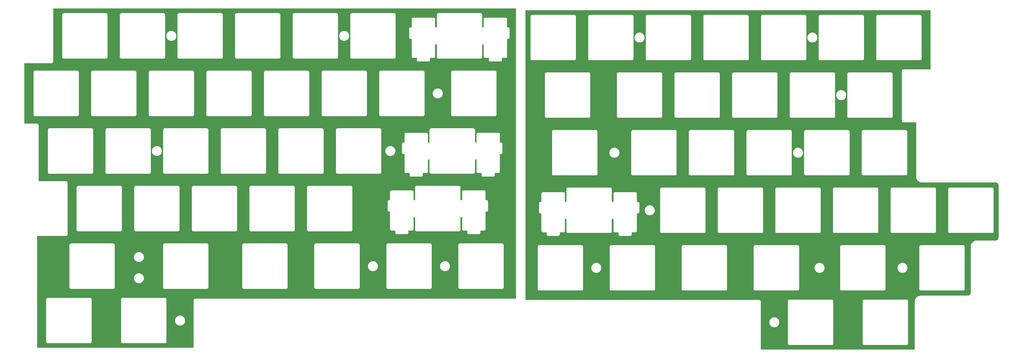
<source format=gbr>
%TF.GenerationSoftware,KiCad,Pcbnew,8.0.7*%
%TF.CreationDate,2025-05-09T13:48:15+02:00*%
%TF.ProjectId,complete_plate_6,636f6d70-6c65-4746-955f-706c6174655f,rev?*%
%TF.SameCoordinates,Original*%
%TF.FileFunction,Copper,L2,Bot*%
%TF.FilePolarity,Positive*%
%FSLAX46Y46*%
G04 Gerber Fmt 4.6, Leading zero omitted, Abs format (unit mm)*
G04 Created by KiCad (PCBNEW 8.0.7) date 2025-05-09 13:48:15*
%MOMM*%
%LPD*%
G01*
G04 APERTURE LIST*
G04 APERTURE END LIST*
%TA.AperFunction,NonConductor*%
G36*
X208735539Y-54901941D02*
G01*
X208781294Y-54954745D01*
X208792500Y-55006256D01*
X208792500Y-150686665D01*
X208772815Y-150753704D01*
X208720011Y-150799459D01*
X208668500Y-150810665D01*
X102649108Y-150810665D01*
X102521812Y-150844773D01*
X102407686Y-150910665D01*
X102407683Y-150910667D01*
X102314502Y-151003848D01*
X102314500Y-151003851D01*
X102248608Y-151117977D01*
X102214500Y-151245273D01*
X102214500Y-166980550D01*
X102194815Y-167047589D01*
X102142011Y-167093344D01*
X102090500Y-167104550D01*
X50589500Y-167104550D01*
X50522461Y-167084865D01*
X50476706Y-167032061D01*
X50465500Y-166980550D01*
X50465500Y-151039158D01*
X53464500Y-151039158D01*
X53464500Y-165170941D01*
X53498608Y-165298237D01*
X53531554Y-165355300D01*
X53564500Y-165412364D01*
X53657686Y-165505550D01*
X53771814Y-165571442D01*
X53899108Y-165605550D01*
X53899110Y-165605550D01*
X68030890Y-165605550D01*
X68030892Y-165605550D01*
X68158186Y-165571442D01*
X68272314Y-165505550D01*
X68365500Y-165412364D01*
X68431392Y-165298236D01*
X68465500Y-165170942D01*
X68465500Y-151039158D01*
X78214500Y-151039158D01*
X78214500Y-165170941D01*
X78248608Y-165298237D01*
X78281554Y-165355300D01*
X78314500Y-165412364D01*
X78407686Y-165505550D01*
X78521814Y-165571442D01*
X78649108Y-165605550D01*
X78649110Y-165605550D01*
X92780890Y-165605550D01*
X92780892Y-165605550D01*
X92908186Y-165571442D01*
X93022314Y-165505550D01*
X93115500Y-165412364D01*
X93181392Y-165298236D01*
X93215500Y-165170942D01*
X93215500Y-158105050D01*
X96059396Y-158105050D01*
X96079778Y-158364040D01*
X96140427Y-158616660D01*
X96239843Y-158856673D01*
X96239845Y-158856677D01*
X96239846Y-158856678D01*
X96375588Y-159078190D01*
X96544311Y-159275739D01*
X96741860Y-159444462D01*
X96963372Y-159580204D01*
X96963374Y-159580204D01*
X96963376Y-159580206D01*
X97024693Y-159605604D01*
X97203390Y-159679623D01*
X97456006Y-159740271D01*
X97715000Y-159760654D01*
X97973994Y-159740271D01*
X98226610Y-159679623D01*
X98466628Y-159580204D01*
X98688140Y-159444462D01*
X98885689Y-159275739D01*
X99054412Y-159078190D01*
X99190154Y-158856678D01*
X99289573Y-158616660D01*
X99350221Y-158364044D01*
X99370604Y-158105050D01*
X99350221Y-157846056D01*
X99289573Y-157593440D01*
X99190154Y-157353422D01*
X99054412Y-157131910D01*
X98885689Y-156934361D01*
X98688140Y-156765638D01*
X98466628Y-156629896D01*
X98466627Y-156629895D01*
X98466623Y-156629893D01*
X98300627Y-156561136D01*
X98226610Y-156530477D01*
X98226611Y-156530477D01*
X98088921Y-156497420D01*
X97973994Y-156469829D01*
X97973992Y-156469828D01*
X97973991Y-156469828D01*
X97715000Y-156449446D01*
X97456009Y-156469828D01*
X97203389Y-156530477D01*
X96963376Y-156629893D01*
X96741859Y-156765638D01*
X96544311Y-156934361D01*
X96375588Y-157131909D01*
X96239843Y-157353426D01*
X96140427Y-157593439D01*
X96079778Y-157846059D01*
X96059396Y-158105050D01*
X93215500Y-158105050D01*
X93215500Y-151039158D01*
X93181392Y-150911864D01*
X93115500Y-150797736D01*
X93022314Y-150704550D01*
X92965250Y-150671604D01*
X92908187Y-150638658D01*
X92844539Y-150621604D01*
X92780892Y-150604550D01*
X78780892Y-150604550D01*
X78649108Y-150604550D01*
X78521812Y-150638658D01*
X78407686Y-150704550D01*
X78407683Y-150704552D01*
X78314502Y-150797733D01*
X78314500Y-150797736D01*
X78248608Y-150911862D01*
X78214500Y-151039158D01*
X68465500Y-151039158D01*
X68431392Y-150911864D01*
X68365500Y-150797736D01*
X68272314Y-150704550D01*
X68215250Y-150671604D01*
X68158187Y-150638658D01*
X68094539Y-150621604D01*
X68030892Y-150604550D01*
X54030892Y-150604550D01*
X53899108Y-150604550D01*
X53771812Y-150638658D01*
X53657686Y-150704550D01*
X53657683Y-150704552D01*
X53564502Y-150797733D01*
X53564500Y-150797736D01*
X53498608Y-150911862D01*
X53464500Y-151039158D01*
X50465500Y-151039158D01*
X50465500Y-133038708D01*
X61144500Y-133038708D01*
X61144500Y-147171391D01*
X61178608Y-147298687D01*
X61211554Y-147355750D01*
X61244500Y-147412814D01*
X61337686Y-147506000D01*
X61451814Y-147571892D01*
X61579108Y-147606000D01*
X61579110Y-147606000D01*
X75711890Y-147606000D01*
X75711892Y-147606000D01*
X75839186Y-147571892D01*
X75953314Y-147506000D01*
X76046500Y-147412814D01*
X76112392Y-147298686D01*
X76146500Y-147171392D01*
X76146500Y-144105050D01*
X82468896Y-144105050D01*
X82489278Y-144364040D01*
X82549927Y-144616660D01*
X82649343Y-144856673D01*
X82649345Y-144856677D01*
X82649346Y-144856678D01*
X82785088Y-145078190D01*
X82953811Y-145275739D01*
X83151360Y-145444462D01*
X83372872Y-145580204D01*
X83372874Y-145580204D01*
X83372876Y-145580206D01*
X83434193Y-145605604D01*
X83612890Y-145679623D01*
X83865506Y-145740271D01*
X84124500Y-145760654D01*
X84383494Y-145740271D01*
X84636110Y-145679623D01*
X84876128Y-145580204D01*
X85097640Y-145444462D01*
X85295189Y-145275739D01*
X85463912Y-145078190D01*
X85599654Y-144856678D01*
X85699073Y-144616660D01*
X85759721Y-144364044D01*
X85780104Y-144105050D01*
X85759721Y-143846056D01*
X85699073Y-143593440D01*
X85599654Y-143353422D01*
X85463912Y-143131910D01*
X85295189Y-142934361D01*
X85097640Y-142765638D01*
X84876128Y-142629896D01*
X84876127Y-142629895D01*
X84876123Y-142629893D01*
X84710127Y-142561136D01*
X84636110Y-142530477D01*
X84636111Y-142530477D01*
X84498421Y-142497420D01*
X84383494Y-142469829D01*
X84383492Y-142469828D01*
X84383491Y-142469828D01*
X84124500Y-142449446D01*
X83865509Y-142469828D01*
X83612889Y-142530477D01*
X83372876Y-142629893D01*
X83151359Y-142765638D01*
X82953811Y-142934361D01*
X82785088Y-143131909D01*
X82649343Y-143353426D01*
X82549927Y-143593439D01*
X82489278Y-143846059D01*
X82468896Y-144105050D01*
X76146500Y-144105050D01*
X76146500Y-137105050D01*
X82468896Y-137105050D01*
X82489278Y-137364040D01*
X82549927Y-137616660D01*
X82649343Y-137856673D01*
X82649345Y-137856677D01*
X82649346Y-137856678D01*
X82785088Y-138078190D01*
X82953811Y-138275739D01*
X83151360Y-138444462D01*
X83372872Y-138580204D01*
X83372874Y-138580204D01*
X83372876Y-138580206D01*
X83434193Y-138605604D01*
X83612890Y-138679623D01*
X83865506Y-138740271D01*
X84124500Y-138760654D01*
X84383494Y-138740271D01*
X84636110Y-138679623D01*
X84876128Y-138580204D01*
X85097640Y-138444462D01*
X85295189Y-138275739D01*
X85463912Y-138078190D01*
X85599654Y-137856678D01*
X85699073Y-137616660D01*
X85759721Y-137364044D01*
X85780104Y-137105050D01*
X85759721Y-136846056D01*
X85699073Y-136593440D01*
X85599654Y-136353422D01*
X85463912Y-136131910D01*
X85295189Y-135934361D01*
X85097640Y-135765638D01*
X84876128Y-135629896D01*
X84876127Y-135629895D01*
X84876123Y-135629893D01*
X84710127Y-135561136D01*
X84636110Y-135530477D01*
X84636111Y-135530477D01*
X84498421Y-135497420D01*
X84383494Y-135469829D01*
X84383492Y-135469828D01*
X84383491Y-135469828D01*
X84124500Y-135449446D01*
X83865509Y-135469828D01*
X83612889Y-135530477D01*
X83372876Y-135629893D01*
X83151359Y-135765638D01*
X82953811Y-135934361D01*
X82785088Y-136131909D01*
X82649343Y-136353426D01*
X82549927Y-136593439D01*
X82489278Y-136846059D01*
X82468896Y-137105050D01*
X76146500Y-137105050D01*
X76146500Y-133038708D01*
X92102500Y-133038708D01*
X92102500Y-147171391D01*
X92136608Y-147298687D01*
X92169554Y-147355750D01*
X92202500Y-147412814D01*
X92295686Y-147506000D01*
X92409814Y-147571892D01*
X92537108Y-147606000D01*
X92537110Y-147606000D01*
X106667890Y-147606000D01*
X106667892Y-147606000D01*
X106795186Y-147571892D01*
X106909314Y-147506000D01*
X107002500Y-147412814D01*
X107068392Y-147298686D01*
X107102500Y-147171392D01*
X107102500Y-133038708D01*
X118294500Y-133038708D01*
X118294500Y-147171391D01*
X118328608Y-147298687D01*
X118361554Y-147355750D01*
X118394500Y-147412814D01*
X118487686Y-147506000D01*
X118601814Y-147571892D01*
X118729108Y-147606000D01*
X118729110Y-147606000D01*
X132861890Y-147606000D01*
X132861892Y-147606000D01*
X132989186Y-147571892D01*
X133103314Y-147506000D01*
X133196500Y-147412814D01*
X133262392Y-147298686D01*
X133296500Y-147171392D01*
X133296500Y-133038708D01*
X142108500Y-133038708D01*
X142108500Y-147171391D01*
X142142608Y-147298687D01*
X142175554Y-147355750D01*
X142208500Y-147412814D01*
X142301686Y-147506000D01*
X142415814Y-147571892D01*
X142543108Y-147606000D01*
X142543110Y-147606000D01*
X156673890Y-147606000D01*
X156673892Y-147606000D01*
X156801186Y-147571892D01*
X156915314Y-147506000D01*
X157008500Y-147412814D01*
X157074392Y-147298686D01*
X157108500Y-147171392D01*
X157108500Y-140105050D01*
X159858396Y-140105050D01*
X159878778Y-140364040D01*
X159939427Y-140616660D01*
X160038843Y-140856673D01*
X160038845Y-140856677D01*
X160038846Y-140856678D01*
X160174588Y-141078190D01*
X160343311Y-141275739D01*
X160540860Y-141444462D01*
X160762372Y-141580204D01*
X160762374Y-141580204D01*
X160762376Y-141580206D01*
X160823693Y-141605604D01*
X161002390Y-141679623D01*
X161255006Y-141740271D01*
X161514000Y-141760654D01*
X161772994Y-141740271D01*
X162025610Y-141679623D01*
X162265628Y-141580204D01*
X162487140Y-141444462D01*
X162684689Y-141275739D01*
X162853412Y-141078190D01*
X162989154Y-140856678D01*
X163088573Y-140616660D01*
X163149221Y-140364044D01*
X163169604Y-140105050D01*
X163149221Y-139846056D01*
X163088573Y-139593440D01*
X162989154Y-139353422D01*
X162853412Y-139131910D01*
X162684689Y-138934361D01*
X162487140Y-138765638D01*
X162265628Y-138629896D01*
X162265627Y-138629895D01*
X162265623Y-138629893D01*
X162099627Y-138561136D01*
X162025610Y-138530477D01*
X162025611Y-138530477D01*
X161887921Y-138497420D01*
X161772994Y-138469829D01*
X161772992Y-138469828D01*
X161772991Y-138469828D01*
X161514000Y-138449446D01*
X161255009Y-138469828D01*
X161002389Y-138530477D01*
X160762376Y-138629893D01*
X160540859Y-138765638D01*
X160343311Y-138934361D01*
X160174588Y-139131909D01*
X160038843Y-139353426D01*
X159939427Y-139593439D01*
X159878778Y-139846059D01*
X159858396Y-140105050D01*
X157108500Y-140105050D01*
X157108500Y-133038708D01*
X165919500Y-133038708D01*
X165919500Y-147171391D01*
X165953608Y-147298687D01*
X165986554Y-147355750D01*
X166019500Y-147412814D01*
X166112686Y-147506000D01*
X166226814Y-147571892D01*
X166354108Y-147606000D01*
X166354110Y-147606000D01*
X180486890Y-147606000D01*
X180486892Y-147606000D01*
X180614186Y-147571892D01*
X180728314Y-147506000D01*
X180821500Y-147412814D01*
X180887392Y-147298686D01*
X180921500Y-147171392D01*
X180921500Y-140105050D01*
X183671896Y-140105050D01*
X183692278Y-140364040D01*
X183752927Y-140616660D01*
X183852343Y-140856673D01*
X183852345Y-140856677D01*
X183852346Y-140856678D01*
X183988088Y-141078190D01*
X184156811Y-141275739D01*
X184354360Y-141444462D01*
X184575872Y-141580204D01*
X184575874Y-141580204D01*
X184575876Y-141580206D01*
X184637193Y-141605604D01*
X184815890Y-141679623D01*
X185068506Y-141740271D01*
X185327500Y-141760654D01*
X185586494Y-141740271D01*
X185839110Y-141679623D01*
X186079128Y-141580204D01*
X186300640Y-141444462D01*
X186498189Y-141275739D01*
X186666912Y-141078190D01*
X186802654Y-140856678D01*
X186902073Y-140616660D01*
X186962721Y-140364044D01*
X186983104Y-140105050D01*
X186962721Y-139846056D01*
X186902073Y-139593440D01*
X186802654Y-139353422D01*
X186666912Y-139131910D01*
X186498189Y-138934361D01*
X186300640Y-138765638D01*
X186079128Y-138629896D01*
X186079127Y-138629895D01*
X186079123Y-138629893D01*
X185913127Y-138561136D01*
X185839110Y-138530477D01*
X185839111Y-138530477D01*
X185701421Y-138497420D01*
X185586494Y-138469829D01*
X185586492Y-138469828D01*
X185586491Y-138469828D01*
X185327500Y-138449446D01*
X185068509Y-138469828D01*
X184815889Y-138530477D01*
X184575876Y-138629893D01*
X184354359Y-138765638D01*
X184156811Y-138934361D01*
X183988088Y-139131909D01*
X183852343Y-139353426D01*
X183752927Y-139593439D01*
X183692278Y-139846059D01*
X183671896Y-140105050D01*
X180921500Y-140105050D01*
X180921500Y-133038708D01*
X189733500Y-133038708D01*
X189733500Y-147171391D01*
X189767608Y-147298687D01*
X189800554Y-147355750D01*
X189833500Y-147412814D01*
X189926686Y-147506000D01*
X190040814Y-147571892D01*
X190168108Y-147606000D01*
X190168110Y-147606000D01*
X204299890Y-147606000D01*
X204299892Y-147606000D01*
X204427186Y-147571892D01*
X204541314Y-147506000D01*
X204634500Y-147412814D01*
X204700392Y-147298686D01*
X204734500Y-147171392D01*
X204734500Y-133038708D01*
X204700392Y-132911414D01*
X204634500Y-132797286D01*
X204541314Y-132704100D01*
X204484250Y-132671154D01*
X204427187Y-132638208D01*
X204363539Y-132621154D01*
X204299892Y-132604100D01*
X190299892Y-132604100D01*
X190168108Y-132604100D01*
X190040812Y-132638208D01*
X189926686Y-132704100D01*
X189926683Y-132704102D01*
X189833502Y-132797283D01*
X189833500Y-132797286D01*
X189767608Y-132911412D01*
X189733500Y-133038708D01*
X180921500Y-133038708D01*
X180887392Y-132911414D01*
X180821500Y-132797286D01*
X180728314Y-132704100D01*
X180671250Y-132671154D01*
X180614187Y-132638208D01*
X180550539Y-132621154D01*
X180486892Y-132604100D01*
X166485892Y-132604100D01*
X166354108Y-132604100D01*
X166226812Y-132638208D01*
X166112686Y-132704100D01*
X166112683Y-132704102D01*
X166019502Y-132797283D01*
X166019500Y-132797286D01*
X165953608Y-132911412D01*
X165919500Y-133038708D01*
X157108500Y-133038708D01*
X157074392Y-132911414D01*
X157008500Y-132797286D01*
X156915314Y-132704100D01*
X156858250Y-132671154D01*
X156801187Y-132638208D01*
X156737539Y-132621154D01*
X156673892Y-132604100D01*
X142674892Y-132604100D01*
X142543108Y-132604100D01*
X142415812Y-132638208D01*
X142301686Y-132704100D01*
X142301683Y-132704102D01*
X142208502Y-132797283D01*
X142208500Y-132797286D01*
X142142608Y-132911412D01*
X142108500Y-133038708D01*
X133296500Y-133038708D01*
X133262392Y-132911414D01*
X133196500Y-132797286D01*
X133103314Y-132704100D01*
X133046250Y-132671154D01*
X132989187Y-132638208D01*
X132925539Y-132621154D01*
X132861892Y-132604100D01*
X118860892Y-132604100D01*
X118729108Y-132604100D01*
X118601812Y-132638208D01*
X118487686Y-132704100D01*
X118487683Y-132704102D01*
X118394502Y-132797283D01*
X118394500Y-132797286D01*
X118328608Y-132911412D01*
X118294500Y-133038708D01*
X107102500Y-133038708D01*
X107068392Y-132911414D01*
X107002500Y-132797286D01*
X106909314Y-132704100D01*
X106852250Y-132671154D01*
X106795187Y-132638208D01*
X106731539Y-132621154D01*
X106667892Y-132604100D01*
X92668892Y-132604100D01*
X92537108Y-132604100D01*
X92409812Y-132638208D01*
X92295686Y-132704100D01*
X92295683Y-132704102D01*
X92202502Y-132797283D01*
X92202500Y-132797286D01*
X92136608Y-132911412D01*
X92102500Y-133038708D01*
X76146500Y-133038708D01*
X76112392Y-132911414D01*
X76046500Y-132797286D01*
X75953314Y-132704100D01*
X75896250Y-132671154D01*
X75839187Y-132638208D01*
X75775539Y-132621154D01*
X75711892Y-132604100D01*
X61710892Y-132604100D01*
X61579108Y-132604100D01*
X61451812Y-132638208D01*
X61337686Y-132704100D01*
X61337683Y-132704102D01*
X61244502Y-132797283D01*
X61244500Y-132797286D01*
X61178608Y-132911412D01*
X61144500Y-133038708D01*
X50465500Y-133038708D01*
X50465500Y-130203100D01*
X50485185Y-130136061D01*
X50537989Y-130090306D01*
X50589500Y-130079100D01*
X60093890Y-130079100D01*
X60093892Y-130079100D01*
X60221186Y-130044992D01*
X60335314Y-129979100D01*
X60428500Y-129885914D01*
X60494392Y-129771786D01*
X60528500Y-129644492D01*
X60528500Y-113990108D01*
X63527500Y-113990108D01*
X63527500Y-127989408D01*
X63527500Y-128121192D01*
X63530561Y-128132616D01*
X63561608Y-128248487D01*
X63586552Y-128291691D01*
X63627500Y-128362614D01*
X63720686Y-128455800D01*
X63834814Y-128521692D01*
X63962108Y-128555800D01*
X63962110Y-128555800D01*
X78092890Y-128555800D01*
X78092892Y-128555800D01*
X78220186Y-128521692D01*
X78334314Y-128455800D01*
X78427500Y-128362614D01*
X78493392Y-128248486D01*
X78527500Y-128121192D01*
X78527500Y-113990108D01*
X82577500Y-113990108D01*
X82577500Y-127989408D01*
X82577500Y-128121192D01*
X82580561Y-128132616D01*
X82611608Y-128248487D01*
X82636552Y-128291691D01*
X82677500Y-128362614D01*
X82770686Y-128455800D01*
X82884814Y-128521692D01*
X83012108Y-128555800D01*
X83012110Y-128555800D01*
X97142890Y-128555800D01*
X97142892Y-128555800D01*
X97270186Y-128521692D01*
X97384314Y-128455800D01*
X97477500Y-128362614D01*
X97543392Y-128248486D01*
X97577500Y-128121192D01*
X97577500Y-113990108D01*
X101627500Y-113990108D01*
X101627500Y-127989408D01*
X101627500Y-128121192D01*
X101630561Y-128132616D01*
X101661608Y-128248487D01*
X101686552Y-128291691D01*
X101727500Y-128362614D01*
X101820686Y-128455800D01*
X101934814Y-128521692D01*
X102062108Y-128555800D01*
X102062110Y-128555800D01*
X116192890Y-128555800D01*
X116192892Y-128555800D01*
X116320186Y-128521692D01*
X116434314Y-128455800D01*
X116527500Y-128362614D01*
X116593392Y-128248486D01*
X116627500Y-128121192D01*
X116627500Y-113990108D01*
X120677500Y-113990108D01*
X120677500Y-127989408D01*
X120677500Y-128121192D01*
X120680561Y-128132616D01*
X120711608Y-128248487D01*
X120736552Y-128291691D01*
X120777500Y-128362614D01*
X120870686Y-128455800D01*
X120984814Y-128521692D01*
X121112108Y-128555800D01*
X121112110Y-128555800D01*
X135242890Y-128555800D01*
X135242892Y-128555800D01*
X135370186Y-128521692D01*
X135484314Y-128455800D01*
X135577500Y-128362614D01*
X135643392Y-128248486D01*
X135677500Y-128121192D01*
X135677500Y-113990108D01*
X139727500Y-113990108D01*
X139727500Y-127989408D01*
X139727500Y-128121192D01*
X139730561Y-128132616D01*
X139761608Y-128248487D01*
X139786552Y-128291691D01*
X139827500Y-128362614D01*
X139920686Y-128455800D01*
X140034814Y-128521692D01*
X140162108Y-128555800D01*
X140162110Y-128555800D01*
X154292890Y-128555800D01*
X154292892Y-128555800D01*
X154420186Y-128521692D01*
X154534314Y-128455800D01*
X154627500Y-128362614D01*
X154693392Y-128248486D01*
X154727500Y-128121192D01*
X154727500Y-118690608D01*
X166345500Y-118690608D01*
X166345500Y-121621291D01*
X166379608Y-121748587D01*
X166398314Y-121780986D01*
X166445500Y-121862714D01*
X166538686Y-121955900D01*
X166652814Y-122021792D01*
X166780108Y-122055900D01*
X167045500Y-122055900D01*
X167112539Y-122075585D01*
X167158294Y-122128389D01*
X167169500Y-122179900D01*
X167169500Y-127891191D01*
X167203608Y-128018487D01*
X167236554Y-128075550D01*
X167269500Y-128132614D01*
X167362686Y-128225800D01*
X167476814Y-128291692D01*
X167604108Y-128325800D01*
X168770500Y-128325800D01*
X168837539Y-128345485D01*
X168883294Y-128398289D01*
X168894500Y-128449800D01*
X168894500Y-128959608D01*
X168894500Y-129091392D01*
X168903693Y-129125700D01*
X168928608Y-129218687D01*
X168958977Y-129271286D01*
X168994500Y-129332814D01*
X169087686Y-129426000D01*
X169201814Y-129491892D01*
X169329108Y-129526000D01*
X169329110Y-129526000D01*
X172761890Y-129526000D01*
X172761892Y-129526000D01*
X172889186Y-129491892D01*
X173003314Y-129426000D01*
X173096500Y-129332814D01*
X173162392Y-129218686D01*
X173196500Y-129091392D01*
X173196500Y-128449800D01*
X173216185Y-128382761D01*
X173268989Y-128337006D01*
X173320500Y-128325800D01*
X174486890Y-128325800D01*
X174486892Y-128325800D01*
X174614186Y-128291692D01*
X174728314Y-128225800D01*
X174821500Y-128132614D01*
X174887392Y-128018486D01*
X174921500Y-127891192D01*
X174921500Y-123979400D01*
X174941185Y-123912361D01*
X174993989Y-123866606D01*
X175045500Y-123855400D01*
X175320500Y-123855400D01*
X175387539Y-123875085D01*
X175433294Y-123927889D01*
X175444500Y-123979400D01*
X175444500Y-127989408D01*
X175444500Y-128121192D01*
X175447561Y-128132616D01*
X175478608Y-128248487D01*
X175503552Y-128291691D01*
X175544500Y-128362614D01*
X175637686Y-128455800D01*
X175751814Y-128521692D01*
X175879108Y-128555800D01*
X175879110Y-128555800D01*
X190011890Y-128555800D01*
X190011892Y-128555800D01*
X190139186Y-128521692D01*
X190253314Y-128455800D01*
X190346500Y-128362614D01*
X190412392Y-128248486D01*
X190446500Y-128121192D01*
X190446500Y-123979400D01*
X190466185Y-123912361D01*
X190518989Y-123866606D01*
X190570500Y-123855400D01*
X190845500Y-123855400D01*
X190912539Y-123875085D01*
X190958294Y-123927889D01*
X190969500Y-123979400D01*
X190969500Y-127891191D01*
X191003608Y-128018487D01*
X191036554Y-128075550D01*
X191069500Y-128132614D01*
X191162686Y-128225800D01*
X191276814Y-128291692D01*
X191404108Y-128325800D01*
X192570500Y-128325800D01*
X192637539Y-128345485D01*
X192683294Y-128398289D01*
X192694500Y-128449800D01*
X192694500Y-128959608D01*
X192694500Y-129091392D01*
X192703693Y-129125700D01*
X192728608Y-129218687D01*
X192758977Y-129271286D01*
X192794500Y-129332814D01*
X192887686Y-129426000D01*
X193001814Y-129491892D01*
X193129108Y-129526000D01*
X193129110Y-129526000D01*
X196562890Y-129526000D01*
X196562892Y-129526000D01*
X196690186Y-129491892D01*
X196804314Y-129426000D01*
X196897500Y-129332814D01*
X196963392Y-129218686D01*
X196997500Y-129091392D01*
X196997500Y-128449800D01*
X197017185Y-128382761D01*
X197069989Y-128337006D01*
X197121500Y-128325800D01*
X198287890Y-128325800D01*
X198287892Y-128325800D01*
X198415186Y-128291692D01*
X198529314Y-128225800D01*
X198622500Y-128132614D01*
X198688392Y-128018486D01*
X198722500Y-127891192D01*
X198722500Y-122179900D01*
X198742185Y-122112861D01*
X198794989Y-122067106D01*
X198846500Y-122055900D01*
X199109890Y-122055900D01*
X199109892Y-122055900D01*
X199237186Y-122021792D01*
X199351314Y-121955900D01*
X199444500Y-121862714D01*
X199510392Y-121748586D01*
X199544500Y-121621292D01*
X199544500Y-118690608D01*
X199510392Y-118563314D01*
X199444500Y-118449186D01*
X199351314Y-118356000D01*
X199294250Y-118323054D01*
X199237187Y-118290108D01*
X199173539Y-118273054D01*
X199109892Y-118256000D01*
X199109891Y-118256000D01*
X198846500Y-118256000D01*
X198779461Y-118236315D01*
X198733706Y-118183511D01*
X198722500Y-118132000D01*
X198722500Y-115460510D01*
X198722500Y-115460508D01*
X198688392Y-115333214D01*
X198622500Y-115219086D01*
X198529314Y-115125900D01*
X198472250Y-115092954D01*
X198415187Y-115060008D01*
X198351539Y-115042954D01*
X198287892Y-115025900D01*
X191535892Y-115025900D01*
X191404108Y-115025900D01*
X191276812Y-115060008D01*
X191162686Y-115125900D01*
X191162683Y-115125902D01*
X191069502Y-115219083D01*
X191069500Y-115219086D01*
X191003608Y-115333212D01*
X190969500Y-115460508D01*
X190969500Y-118132000D01*
X190949815Y-118199039D01*
X190897011Y-118244794D01*
X190845500Y-118256000D01*
X190570500Y-118256000D01*
X190503461Y-118236315D01*
X190457706Y-118183511D01*
X190446500Y-118132000D01*
X190446500Y-113990110D01*
X190446500Y-113990108D01*
X190412392Y-113862814D01*
X190346500Y-113748686D01*
X190253314Y-113655500D01*
X190196250Y-113622554D01*
X190139187Y-113589608D01*
X190075539Y-113572554D01*
X190011892Y-113555500D01*
X176010892Y-113555500D01*
X175879108Y-113555500D01*
X175751812Y-113589608D01*
X175637686Y-113655500D01*
X175637683Y-113655502D01*
X175544502Y-113748683D01*
X175544500Y-113748686D01*
X175478608Y-113862812D01*
X175444500Y-113990108D01*
X175444500Y-118132000D01*
X175424815Y-118199039D01*
X175372011Y-118244794D01*
X175320500Y-118256000D01*
X175045500Y-118256000D01*
X174978461Y-118236315D01*
X174932706Y-118183511D01*
X174921500Y-118132000D01*
X174921500Y-115460510D01*
X174921500Y-115460508D01*
X174887392Y-115333214D01*
X174821500Y-115219086D01*
X174728314Y-115125900D01*
X174671250Y-115092954D01*
X174614187Y-115060008D01*
X174550539Y-115042954D01*
X174486892Y-115025900D01*
X167735892Y-115025900D01*
X167604108Y-115025900D01*
X167476812Y-115060008D01*
X167362686Y-115125900D01*
X167362683Y-115125902D01*
X167269502Y-115219083D01*
X167269500Y-115219086D01*
X167203608Y-115333212D01*
X167169500Y-115460508D01*
X167169500Y-118132000D01*
X167149815Y-118199039D01*
X167097011Y-118244794D01*
X167045500Y-118256000D01*
X166780108Y-118256000D01*
X166652812Y-118290108D01*
X166538686Y-118356000D01*
X166538683Y-118356002D01*
X166445502Y-118449183D01*
X166445500Y-118449186D01*
X166379608Y-118563312D01*
X166345500Y-118690608D01*
X154727500Y-118690608D01*
X154727500Y-113990108D01*
X154693392Y-113862814D01*
X154627500Y-113748686D01*
X154534314Y-113655500D01*
X154477250Y-113622554D01*
X154420187Y-113589608D01*
X154356539Y-113572554D01*
X154292892Y-113555500D01*
X140293892Y-113555500D01*
X140162108Y-113555500D01*
X140034812Y-113589608D01*
X139920686Y-113655500D01*
X139920683Y-113655502D01*
X139827502Y-113748683D01*
X139827500Y-113748686D01*
X139761608Y-113862812D01*
X139727500Y-113990108D01*
X135677500Y-113990108D01*
X135643392Y-113862814D01*
X135577500Y-113748686D01*
X135484314Y-113655500D01*
X135427250Y-113622554D01*
X135370187Y-113589608D01*
X135306539Y-113572554D01*
X135242892Y-113555500D01*
X121243892Y-113555500D01*
X121112108Y-113555500D01*
X120984812Y-113589608D01*
X120870686Y-113655500D01*
X120870683Y-113655502D01*
X120777502Y-113748683D01*
X120777500Y-113748686D01*
X120711608Y-113862812D01*
X120677500Y-113990108D01*
X116627500Y-113990108D01*
X116593392Y-113862814D01*
X116527500Y-113748686D01*
X116434314Y-113655500D01*
X116377250Y-113622554D01*
X116320187Y-113589608D01*
X116256539Y-113572554D01*
X116192892Y-113555500D01*
X102193892Y-113555500D01*
X102062108Y-113555500D01*
X101934812Y-113589608D01*
X101820686Y-113655500D01*
X101820683Y-113655502D01*
X101727502Y-113748683D01*
X101727500Y-113748686D01*
X101661608Y-113862812D01*
X101627500Y-113990108D01*
X97577500Y-113990108D01*
X97543392Y-113862814D01*
X97477500Y-113748686D01*
X97384314Y-113655500D01*
X97327250Y-113622554D01*
X97270187Y-113589608D01*
X97206539Y-113572554D01*
X97142892Y-113555500D01*
X83143892Y-113555500D01*
X83012108Y-113555500D01*
X82884812Y-113589608D01*
X82770686Y-113655500D01*
X82770683Y-113655502D01*
X82677502Y-113748683D01*
X82677500Y-113748686D01*
X82611608Y-113862812D01*
X82577500Y-113990108D01*
X78527500Y-113990108D01*
X78493392Y-113862814D01*
X78427500Y-113748686D01*
X78334314Y-113655500D01*
X78277250Y-113622554D01*
X78220187Y-113589608D01*
X78156539Y-113572554D01*
X78092892Y-113555500D01*
X64093892Y-113555500D01*
X63962108Y-113555500D01*
X63834812Y-113589608D01*
X63720686Y-113655500D01*
X63720683Y-113655502D01*
X63627502Y-113748683D01*
X63627500Y-113748686D01*
X63561608Y-113862812D01*
X63527500Y-113990108D01*
X60528500Y-113990108D01*
X60528500Y-112465408D01*
X60494392Y-112338114D01*
X60428500Y-112223986D01*
X60335314Y-112130800D01*
X60269491Y-112092797D01*
X60221187Y-112064908D01*
X60157539Y-112047854D01*
X60093892Y-112030800D01*
X60093891Y-112030800D01*
X51127500Y-112030800D01*
X51060461Y-112011115D01*
X51014706Y-111958311D01*
X51003500Y-111906800D01*
X51003500Y-94940108D01*
X54002500Y-94940108D01*
X54002500Y-108939408D01*
X54002500Y-109071192D01*
X54005561Y-109082616D01*
X54036608Y-109198487D01*
X54061552Y-109241691D01*
X54102500Y-109312614D01*
X54195686Y-109405800D01*
X54309814Y-109471692D01*
X54437108Y-109505800D01*
X54437110Y-109505800D01*
X68567890Y-109505800D01*
X68567892Y-109505800D01*
X68695186Y-109471692D01*
X68809314Y-109405800D01*
X68902500Y-109312614D01*
X68968392Y-109198486D01*
X69002500Y-109071192D01*
X69002500Y-94940108D01*
X73052500Y-94940108D01*
X73052500Y-108939408D01*
X73052500Y-109071192D01*
X73055561Y-109082616D01*
X73086608Y-109198487D01*
X73111552Y-109241691D01*
X73152500Y-109312614D01*
X73245686Y-109405800D01*
X73359814Y-109471692D01*
X73487108Y-109505800D01*
X73487110Y-109505800D01*
X87617890Y-109505800D01*
X87617892Y-109505800D01*
X87745186Y-109471692D01*
X87859314Y-109405800D01*
X87952500Y-109312614D01*
X88018392Y-109198486D01*
X88052500Y-109071192D01*
X88052500Y-102005650D01*
X88421896Y-102005650D01*
X88442278Y-102264640D01*
X88502927Y-102517260D01*
X88602343Y-102757273D01*
X88602345Y-102757277D01*
X88602346Y-102757278D01*
X88738088Y-102978790D01*
X88906811Y-103176339D01*
X89104360Y-103345062D01*
X89325872Y-103480804D01*
X89325874Y-103480804D01*
X89325876Y-103480806D01*
X89387193Y-103506204D01*
X89565890Y-103580223D01*
X89818506Y-103640871D01*
X90077500Y-103661254D01*
X90336494Y-103640871D01*
X90589110Y-103580223D01*
X90829128Y-103480804D01*
X91050640Y-103345062D01*
X91248189Y-103176339D01*
X91416912Y-102978790D01*
X91552654Y-102757278D01*
X91652073Y-102517260D01*
X91712721Y-102264644D01*
X91733104Y-102005650D01*
X91712721Y-101746656D01*
X91652073Y-101494040D01*
X91552654Y-101254022D01*
X91416912Y-101032510D01*
X91248189Y-100834961D01*
X91050640Y-100666238D01*
X90829128Y-100530496D01*
X90829127Y-100530495D01*
X90829123Y-100530493D01*
X90663127Y-100461736D01*
X90589110Y-100431077D01*
X90589111Y-100431077D01*
X90451421Y-100398020D01*
X90336494Y-100370429D01*
X90336492Y-100370428D01*
X90336491Y-100370428D01*
X90077500Y-100350046D01*
X89818509Y-100370428D01*
X89565889Y-100431077D01*
X89325876Y-100530493D01*
X89104359Y-100666238D01*
X88906811Y-100834961D01*
X88738088Y-101032509D01*
X88602343Y-101254026D01*
X88502927Y-101494039D01*
X88442278Y-101746659D01*
X88421896Y-102005650D01*
X88052500Y-102005650D01*
X88052500Y-94940108D01*
X92102500Y-94940108D01*
X92102500Y-108939408D01*
X92102500Y-109071192D01*
X92105561Y-109082616D01*
X92136608Y-109198487D01*
X92161552Y-109241691D01*
X92202500Y-109312614D01*
X92295686Y-109405800D01*
X92409814Y-109471692D01*
X92537108Y-109505800D01*
X92537110Y-109505800D01*
X106667890Y-109505800D01*
X106667892Y-109505800D01*
X106795186Y-109471692D01*
X106909314Y-109405800D01*
X107002500Y-109312614D01*
X107068392Y-109198486D01*
X107102500Y-109071192D01*
X107102500Y-94940108D01*
X111152500Y-94940108D01*
X111152500Y-108939408D01*
X111152500Y-109071192D01*
X111155561Y-109082616D01*
X111186608Y-109198487D01*
X111211552Y-109241691D01*
X111252500Y-109312614D01*
X111345686Y-109405800D01*
X111459814Y-109471692D01*
X111587108Y-109505800D01*
X111587110Y-109505800D01*
X125717890Y-109505800D01*
X125717892Y-109505800D01*
X125845186Y-109471692D01*
X125959314Y-109405800D01*
X126052500Y-109312614D01*
X126118392Y-109198486D01*
X126152500Y-109071192D01*
X126152500Y-94940108D01*
X130202500Y-94940108D01*
X130202500Y-108939408D01*
X130202500Y-109071192D01*
X130205561Y-109082616D01*
X130236608Y-109198487D01*
X130261552Y-109241691D01*
X130302500Y-109312614D01*
X130395686Y-109405800D01*
X130509814Y-109471692D01*
X130637108Y-109505800D01*
X130637110Y-109505800D01*
X144767890Y-109505800D01*
X144767892Y-109505800D01*
X144895186Y-109471692D01*
X145009314Y-109405800D01*
X145102500Y-109312614D01*
X145168392Y-109198486D01*
X145202500Y-109071192D01*
X145202500Y-94940108D01*
X149252500Y-94940108D01*
X149252500Y-108939408D01*
X149252500Y-109071192D01*
X149255561Y-109082616D01*
X149286608Y-109198487D01*
X149311552Y-109241691D01*
X149352500Y-109312614D01*
X149445686Y-109405800D01*
X149559814Y-109471692D01*
X149687108Y-109505800D01*
X149687110Y-109505800D01*
X163817890Y-109505800D01*
X163817892Y-109505800D01*
X163945186Y-109471692D01*
X164059314Y-109405800D01*
X164152500Y-109312614D01*
X164218392Y-109198486D01*
X164252500Y-109071192D01*
X164252500Y-102005650D01*
X165596896Y-102005650D01*
X165617278Y-102264640D01*
X165677927Y-102517260D01*
X165777343Y-102757273D01*
X165777345Y-102757277D01*
X165777346Y-102757278D01*
X165913088Y-102978790D01*
X166081811Y-103176339D01*
X166279360Y-103345062D01*
X166500872Y-103480804D01*
X166500874Y-103480804D01*
X166500876Y-103480806D01*
X166562193Y-103506204D01*
X166740890Y-103580223D01*
X166993506Y-103640871D01*
X167252500Y-103661254D01*
X167511494Y-103640871D01*
X167764110Y-103580223D01*
X168004128Y-103480804D01*
X168225640Y-103345062D01*
X168423189Y-103176339D01*
X168591912Y-102978790D01*
X168727654Y-102757278D01*
X168827073Y-102517260D01*
X168887721Y-102264644D01*
X168908104Y-102005650D01*
X168887721Y-101746656D01*
X168827073Y-101494040D01*
X168727654Y-101254022D01*
X168591912Y-101032510D01*
X168423189Y-100834961D01*
X168225640Y-100666238D01*
X168004128Y-100530496D01*
X168004127Y-100530495D01*
X168004123Y-100530493D01*
X167838127Y-100461736D01*
X167764110Y-100431077D01*
X167764111Y-100431077D01*
X167626421Y-100398020D01*
X167511494Y-100370429D01*
X167511492Y-100370428D01*
X167511491Y-100370428D01*
X167252500Y-100350046D01*
X166993509Y-100370428D01*
X166740889Y-100431077D01*
X166500876Y-100530493D01*
X166279359Y-100666238D01*
X166081811Y-100834961D01*
X165913088Y-101032509D01*
X165777343Y-101254026D01*
X165677927Y-101494039D01*
X165617278Y-101746659D01*
X165596896Y-102005650D01*
X164252500Y-102005650D01*
X164252500Y-99640608D01*
X171107500Y-99640608D01*
X171107500Y-102571291D01*
X171141608Y-102698587D01*
X171160314Y-102730986D01*
X171207500Y-102812714D01*
X171300686Y-102905900D01*
X171414814Y-102971792D01*
X171542108Y-103005900D01*
X171809500Y-103005900D01*
X171876539Y-103025585D01*
X171922294Y-103078389D01*
X171933500Y-103129900D01*
X171933500Y-108841191D01*
X171967608Y-108968487D01*
X172000554Y-109025550D01*
X172033500Y-109082614D01*
X172126686Y-109175800D01*
X172240814Y-109241692D01*
X172368108Y-109275800D01*
X173534500Y-109275800D01*
X173601539Y-109295485D01*
X173647294Y-109348289D01*
X173658500Y-109399800D01*
X173658500Y-109909608D01*
X173658500Y-110041392D01*
X173667693Y-110075700D01*
X173692608Y-110168687D01*
X173725554Y-110225750D01*
X173758500Y-110282814D01*
X173851686Y-110376000D01*
X173965814Y-110441892D01*
X174093108Y-110476000D01*
X174093110Y-110476000D01*
X177523890Y-110476000D01*
X177523892Y-110476000D01*
X177651186Y-110441892D01*
X177765314Y-110376000D01*
X177858500Y-110282814D01*
X177924392Y-110168686D01*
X177958500Y-110041392D01*
X177958500Y-109399800D01*
X177978185Y-109332761D01*
X178030989Y-109287006D01*
X178082500Y-109275800D01*
X179249890Y-109275800D01*
X179249892Y-109275800D01*
X179377186Y-109241692D01*
X179491314Y-109175800D01*
X179584500Y-109082614D01*
X179650392Y-108968486D01*
X179684500Y-108841192D01*
X179684500Y-104930800D01*
X179704185Y-104863761D01*
X179756989Y-104818006D01*
X179808500Y-104806800D01*
X180084500Y-104806800D01*
X180151539Y-104826485D01*
X180197294Y-104879289D01*
X180208500Y-104930800D01*
X180208500Y-108939408D01*
X180208500Y-109071192D01*
X180211561Y-109082616D01*
X180242608Y-109198487D01*
X180267552Y-109241691D01*
X180308500Y-109312614D01*
X180401686Y-109405800D01*
X180515814Y-109471692D01*
X180643108Y-109505800D01*
X180643110Y-109505800D01*
X194773890Y-109505800D01*
X194773892Y-109505800D01*
X194901186Y-109471692D01*
X195015314Y-109405800D01*
X195108500Y-109312614D01*
X195174392Y-109198486D01*
X195208500Y-109071192D01*
X195208500Y-104930800D01*
X195228185Y-104863761D01*
X195280989Y-104818006D01*
X195332500Y-104806800D01*
X195608500Y-104806800D01*
X195675539Y-104826485D01*
X195721294Y-104879289D01*
X195732500Y-104930800D01*
X195732500Y-108841191D01*
X195766608Y-108968487D01*
X195799554Y-109025550D01*
X195832500Y-109082614D01*
X195925686Y-109175800D01*
X196039814Y-109241692D01*
X196167108Y-109275800D01*
X197333500Y-109275800D01*
X197400539Y-109295485D01*
X197446294Y-109348289D01*
X197457500Y-109399800D01*
X197457500Y-109909608D01*
X197457500Y-110041392D01*
X197466693Y-110075700D01*
X197491608Y-110168687D01*
X197524554Y-110225750D01*
X197557500Y-110282814D01*
X197650686Y-110376000D01*
X197764814Y-110441892D01*
X197892108Y-110476000D01*
X197892110Y-110476000D01*
X201325890Y-110476000D01*
X201325892Y-110476000D01*
X201453186Y-110441892D01*
X201567314Y-110376000D01*
X201660500Y-110282814D01*
X201726392Y-110168686D01*
X201760500Y-110041392D01*
X201760500Y-109399800D01*
X201780185Y-109332761D01*
X201832989Y-109287006D01*
X201884500Y-109275800D01*
X203050890Y-109275800D01*
X203050892Y-109275800D01*
X203178186Y-109241692D01*
X203292314Y-109175800D01*
X203385500Y-109082614D01*
X203451392Y-108968486D01*
X203485500Y-108841192D01*
X203485500Y-103129900D01*
X203505185Y-103062861D01*
X203557989Y-103017106D01*
X203609500Y-103005900D01*
X203875890Y-103005900D01*
X203875892Y-103005900D01*
X204003186Y-102971792D01*
X204117314Y-102905900D01*
X204210500Y-102812714D01*
X204276392Y-102698586D01*
X204310500Y-102571292D01*
X204310500Y-99640608D01*
X204276392Y-99513314D01*
X204210500Y-99399186D01*
X204117314Y-99306000D01*
X204060250Y-99273054D01*
X204003187Y-99240108D01*
X203939539Y-99223054D01*
X203875892Y-99206000D01*
X203875891Y-99206000D01*
X203609500Y-99206000D01*
X203542461Y-99186315D01*
X203496706Y-99133511D01*
X203485500Y-99082000D01*
X203485500Y-96410510D01*
X203485500Y-96410508D01*
X203451392Y-96283214D01*
X203385500Y-96169086D01*
X203292314Y-96075900D01*
X203235250Y-96042954D01*
X203178187Y-96010008D01*
X203114539Y-95992954D01*
X203050892Y-95975900D01*
X196298892Y-95975900D01*
X196167108Y-95975900D01*
X196039812Y-96010008D01*
X195925686Y-96075900D01*
X195925683Y-96075902D01*
X195832502Y-96169083D01*
X195832500Y-96169086D01*
X195766608Y-96283212D01*
X195732500Y-96410508D01*
X195732500Y-99082000D01*
X195712815Y-99149039D01*
X195660011Y-99194794D01*
X195608500Y-99206000D01*
X195332500Y-99206000D01*
X195265461Y-99186315D01*
X195219706Y-99133511D01*
X195208500Y-99082000D01*
X195208500Y-94940110D01*
X195208500Y-94940108D01*
X195174392Y-94812814D01*
X195108500Y-94698686D01*
X195015314Y-94605500D01*
X194958250Y-94572554D01*
X194901187Y-94539608D01*
X194837539Y-94522554D01*
X194773892Y-94505500D01*
X180774892Y-94505500D01*
X180643108Y-94505500D01*
X180515812Y-94539608D01*
X180401686Y-94605500D01*
X180401683Y-94605502D01*
X180308502Y-94698683D01*
X180308500Y-94698686D01*
X180242608Y-94812812D01*
X180208500Y-94940108D01*
X180208500Y-99082000D01*
X180188815Y-99149039D01*
X180136011Y-99194794D01*
X180084500Y-99206000D01*
X179808500Y-99206000D01*
X179741461Y-99186315D01*
X179695706Y-99133511D01*
X179684500Y-99082000D01*
X179684500Y-96410510D01*
X179684500Y-96410508D01*
X179650392Y-96283214D01*
X179584500Y-96169086D01*
X179491314Y-96075900D01*
X179434250Y-96042954D01*
X179377187Y-96010008D01*
X179313539Y-95992954D01*
X179249892Y-95975900D01*
X172499892Y-95975900D01*
X172368108Y-95975900D01*
X172240812Y-96010008D01*
X172126686Y-96075900D01*
X172126683Y-96075902D01*
X172033502Y-96169083D01*
X172033500Y-96169086D01*
X171967608Y-96283212D01*
X171933500Y-96410508D01*
X171933500Y-99082000D01*
X171913815Y-99149039D01*
X171861011Y-99194794D01*
X171809500Y-99206000D01*
X171542108Y-99206000D01*
X171414812Y-99240108D01*
X171300686Y-99306000D01*
X171300683Y-99306002D01*
X171207502Y-99399183D01*
X171207500Y-99399186D01*
X171141608Y-99513312D01*
X171107500Y-99640608D01*
X164252500Y-99640608D01*
X164252500Y-94940108D01*
X164218392Y-94812814D01*
X164152500Y-94698686D01*
X164059314Y-94605500D01*
X164002250Y-94572554D01*
X163945187Y-94539608D01*
X163881539Y-94522554D01*
X163817892Y-94505500D01*
X149818892Y-94505500D01*
X149687108Y-94505500D01*
X149559812Y-94539608D01*
X149445686Y-94605500D01*
X149445683Y-94605502D01*
X149352502Y-94698683D01*
X149352500Y-94698686D01*
X149286608Y-94812812D01*
X149252500Y-94940108D01*
X145202500Y-94940108D01*
X145168392Y-94812814D01*
X145102500Y-94698686D01*
X145009314Y-94605500D01*
X144952250Y-94572554D01*
X144895187Y-94539608D01*
X144831539Y-94522554D01*
X144767892Y-94505500D01*
X130768892Y-94505500D01*
X130637108Y-94505500D01*
X130509812Y-94539608D01*
X130395686Y-94605500D01*
X130395683Y-94605502D01*
X130302502Y-94698683D01*
X130302500Y-94698686D01*
X130236608Y-94812812D01*
X130202500Y-94940108D01*
X126152500Y-94940108D01*
X126118392Y-94812814D01*
X126052500Y-94698686D01*
X125959314Y-94605500D01*
X125902250Y-94572554D01*
X125845187Y-94539608D01*
X125781539Y-94522554D01*
X125717892Y-94505500D01*
X111718892Y-94505500D01*
X111587108Y-94505500D01*
X111459812Y-94539608D01*
X111345686Y-94605500D01*
X111345683Y-94605502D01*
X111252502Y-94698683D01*
X111252500Y-94698686D01*
X111186608Y-94812812D01*
X111152500Y-94940108D01*
X107102500Y-94940108D01*
X107068392Y-94812814D01*
X107002500Y-94698686D01*
X106909314Y-94605500D01*
X106852250Y-94572554D01*
X106795187Y-94539608D01*
X106731539Y-94522554D01*
X106667892Y-94505500D01*
X92668892Y-94505500D01*
X92537108Y-94505500D01*
X92409812Y-94539608D01*
X92295686Y-94605500D01*
X92295683Y-94605502D01*
X92202502Y-94698683D01*
X92202500Y-94698686D01*
X92136608Y-94812812D01*
X92102500Y-94940108D01*
X88052500Y-94940108D01*
X88018392Y-94812814D01*
X87952500Y-94698686D01*
X87859314Y-94605500D01*
X87802250Y-94572554D01*
X87745187Y-94539608D01*
X87681539Y-94522554D01*
X87617892Y-94505500D01*
X73618892Y-94505500D01*
X73487108Y-94505500D01*
X73359812Y-94539608D01*
X73245686Y-94605500D01*
X73245683Y-94605502D01*
X73152502Y-94698683D01*
X73152500Y-94698686D01*
X73086608Y-94812812D01*
X73052500Y-94940108D01*
X69002500Y-94940108D01*
X68968392Y-94812814D01*
X68902500Y-94698686D01*
X68809314Y-94605500D01*
X68752250Y-94572554D01*
X68695187Y-94539608D01*
X68631539Y-94522554D01*
X68567892Y-94505500D01*
X54568892Y-94505500D01*
X54437108Y-94505500D01*
X54309812Y-94539608D01*
X54195686Y-94605500D01*
X54195683Y-94605502D01*
X54102502Y-94698683D01*
X54102500Y-94698686D01*
X54036608Y-94812812D01*
X54002500Y-94940108D01*
X51003500Y-94940108D01*
X51003500Y-93415410D01*
X51003500Y-93415408D01*
X50969392Y-93288114D01*
X50903500Y-93173986D01*
X50810314Y-93080800D01*
X50753250Y-93047854D01*
X50696187Y-93014908D01*
X50632539Y-92997854D01*
X50568892Y-92980800D01*
X50568891Y-92980800D01*
X46364500Y-92980800D01*
X46297461Y-92961115D01*
X46251706Y-92908311D01*
X46240500Y-92856800D01*
X46240500Y-75890108D01*
X49239500Y-75890108D01*
X49239500Y-90021191D01*
X49273608Y-90148487D01*
X49306554Y-90205550D01*
X49339500Y-90262614D01*
X49432686Y-90355800D01*
X49546814Y-90421692D01*
X49674108Y-90455800D01*
X49674110Y-90455800D01*
X63805890Y-90455800D01*
X63805892Y-90455800D01*
X63933186Y-90421692D01*
X64047314Y-90355800D01*
X64140500Y-90262614D01*
X64206392Y-90148486D01*
X64240500Y-90021192D01*
X64240500Y-75890108D01*
X68289500Y-75890108D01*
X68289500Y-90021191D01*
X68323608Y-90148487D01*
X68356554Y-90205550D01*
X68389500Y-90262614D01*
X68482686Y-90355800D01*
X68596814Y-90421692D01*
X68724108Y-90455800D01*
X68724110Y-90455800D01*
X82855890Y-90455800D01*
X82855892Y-90455800D01*
X82983186Y-90421692D01*
X83097314Y-90355800D01*
X83190500Y-90262614D01*
X83256392Y-90148486D01*
X83290500Y-90021192D01*
X83290500Y-75890108D01*
X87339500Y-75890108D01*
X87339500Y-90021191D01*
X87373608Y-90148487D01*
X87406554Y-90205550D01*
X87439500Y-90262614D01*
X87532686Y-90355800D01*
X87646814Y-90421692D01*
X87774108Y-90455800D01*
X87774110Y-90455800D01*
X101905890Y-90455800D01*
X101905892Y-90455800D01*
X102033186Y-90421692D01*
X102147314Y-90355800D01*
X102240500Y-90262614D01*
X102306392Y-90148486D01*
X102340500Y-90021192D01*
X102340500Y-75890108D01*
X106389500Y-75890108D01*
X106389500Y-90021191D01*
X106423608Y-90148487D01*
X106456554Y-90205550D01*
X106489500Y-90262614D01*
X106582686Y-90355800D01*
X106696814Y-90421692D01*
X106824108Y-90455800D01*
X106824110Y-90455800D01*
X120955890Y-90455800D01*
X120955892Y-90455800D01*
X121083186Y-90421692D01*
X121197314Y-90355800D01*
X121290500Y-90262614D01*
X121356392Y-90148486D01*
X121390500Y-90021192D01*
X121390500Y-75890108D01*
X125439500Y-75890108D01*
X125439500Y-90021191D01*
X125473608Y-90148487D01*
X125506554Y-90205550D01*
X125539500Y-90262614D01*
X125632686Y-90355800D01*
X125746814Y-90421692D01*
X125874108Y-90455800D01*
X125874110Y-90455800D01*
X140005890Y-90455800D01*
X140005892Y-90455800D01*
X140133186Y-90421692D01*
X140247314Y-90355800D01*
X140340500Y-90262614D01*
X140406392Y-90148486D01*
X140440500Y-90021192D01*
X140440500Y-75890108D01*
X144489500Y-75890108D01*
X144489500Y-90021191D01*
X144523608Y-90148487D01*
X144556554Y-90205550D01*
X144589500Y-90262614D01*
X144682686Y-90355800D01*
X144796814Y-90421692D01*
X144924108Y-90455800D01*
X144924110Y-90455800D01*
X159055890Y-90455800D01*
X159055892Y-90455800D01*
X159183186Y-90421692D01*
X159297314Y-90355800D01*
X159390500Y-90262614D01*
X159456392Y-90148486D01*
X159490500Y-90021192D01*
X159490500Y-75890108D01*
X163539500Y-75890108D01*
X163539500Y-90021191D01*
X163573608Y-90148487D01*
X163606554Y-90205550D01*
X163639500Y-90262614D01*
X163732686Y-90355800D01*
X163846814Y-90421692D01*
X163974108Y-90455800D01*
X163974110Y-90455800D01*
X178105890Y-90455800D01*
X178105892Y-90455800D01*
X178233186Y-90421692D01*
X178347314Y-90355800D01*
X178440500Y-90262614D01*
X178506392Y-90148486D01*
X178540500Y-90021192D01*
X178540500Y-82955650D01*
X181290896Y-82955650D01*
X181311278Y-83214640D01*
X181371927Y-83467260D01*
X181471343Y-83707273D01*
X181471345Y-83707277D01*
X181471346Y-83707278D01*
X181607088Y-83928790D01*
X181775811Y-84126339D01*
X181973360Y-84295062D01*
X182194872Y-84430804D01*
X182194874Y-84430804D01*
X182194876Y-84430806D01*
X182256193Y-84456204D01*
X182434890Y-84530223D01*
X182687506Y-84590871D01*
X182946500Y-84611254D01*
X183205494Y-84590871D01*
X183458110Y-84530223D01*
X183698128Y-84430804D01*
X183919640Y-84295062D01*
X184117189Y-84126339D01*
X184285912Y-83928790D01*
X184421654Y-83707278D01*
X184521073Y-83467260D01*
X184581721Y-83214644D01*
X184602104Y-82955650D01*
X184581721Y-82696656D01*
X184521073Y-82444040D01*
X184421654Y-82204022D01*
X184285912Y-81982510D01*
X184117189Y-81784961D01*
X183919640Y-81616238D01*
X183698128Y-81480496D01*
X183698127Y-81480495D01*
X183698123Y-81480493D01*
X183532127Y-81411736D01*
X183458110Y-81381077D01*
X183458111Y-81381077D01*
X183320421Y-81348020D01*
X183205494Y-81320429D01*
X183205492Y-81320428D01*
X183205491Y-81320428D01*
X182946500Y-81300046D01*
X182687509Y-81320428D01*
X182434889Y-81381077D01*
X182194876Y-81480493D01*
X181973359Y-81616238D01*
X181775811Y-81784961D01*
X181607088Y-81982509D01*
X181471343Y-82204026D01*
X181371927Y-82444039D01*
X181311278Y-82696659D01*
X181290896Y-82955650D01*
X178540500Y-82955650D01*
X178540500Y-75890108D01*
X187352500Y-75890108D01*
X187352500Y-90021191D01*
X187386608Y-90148487D01*
X187419554Y-90205550D01*
X187452500Y-90262614D01*
X187545686Y-90355800D01*
X187659814Y-90421692D01*
X187787108Y-90455800D01*
X187787110Y-90455800D01*
X201917890Y-90455800D01*
X201917892Y-90455800D01*
X202045186Y-90421692D01*
X202159314Y-90355800D01*
X202252500Y-90262614D01*
X202318392Y-90148486D01*
X202352500Y-90021192D01*
X202352500Y-75890108D01*
X202318392Y-75762814D01*
X202252500Y-75648686D01*
X202159314Y-75555500D01*
X202102250Y-75522554D01*
X202045187Y-75489608D01*
X201981539Y-75472554D01*
X201917892Y-75455500D01*
X187918892Y-75455500D01*
X187787108Y-75455500D01*
X187659812Y-75489608D01*
X187545686Y-75555500D01*
X187545683Y-75555502D01*
X187452502Y-75648683D01*
X187452500Y-75648686D01*
X187386608Y-75762812D01*
X187352500Y-75890108D01*
X178540500Y-75890108D01*
X178506392Y-75762814D01*
X178440500Y-75648686D01*
X178347314Y-75555500D01*
X178290250Y-75522554D01*
X178233187Y-75489608D01*
X178169539Y-75472554D01*
X178105892Y-75455500D01*
X164105892Y-75455500D01*
X163974108Y-75455500D01*
X163846812Y-75489608D01*
X163732686Y-75555500D01*
X163732683Y-75555502D01*
X163639502Y-75648683D01*
X163639500Y-75648686D01*
X163573608Y-75762812D01*
X163539500Y-75890108D01*
X159490500Y-75890108D01*
X159456392Y-75762814D01*
X159390500Y-75648686D01*
X159297314Y-75555500D01*
X159240250Y-75522554D01*
X159183187Y-75489608D01*
X159119539Y-75472554D01*
X159055892Y-75455500D01*
X145055892Y-75455500D01*
X144924108Y-75455500D01*
X144796812Y-75489608D01*
X144682686Y-75555500D01*
X144682683Y-75555502D01*
X144589502Y-75648683D01*
X144589500Y-75648686D01*
X144523608Y-75762812D01*
X144489500Y-75890108D01*
X140440500Y-75890108D01*
X140406392Y-75762814D01*
X140340500Y-75648686D01*
X140247314Y-75555500D01*
X140190250Y-75522554D01*
X140133187Y-75489608D01*
X140069539Y-75472554D01*
X140005892Y-75455500D01*
X126005892Y-75455500D01*
X125874108Y-75455500D01*
X125746812Y-75489608D01*
X125632686Y-75555500D01*
X125632683Y-75555502D01*
X125539502Y-75648683D01*
X125539500Y-75648686D01*
X125473608Y-75762812D01*
X125439500Y-75890108D01*
X121390500Y-75890108D01*
X121356392Y-75762814D01*
X121290500Y-75648686D01*
X121197314Y-75555500D01*
X121140250Y-75522554D01*
X121083187Y-75489608D01*
X121019539Y-75472554D01*
X120955892Y-75455500D01*
X106955892Y-75455500D01*
X106824108Y-75455500D01*
X106696812Y-75489608D01*
X106582686Y-75555500D01*
X106582683Y-75555502D01*
X106489502Y-75648683D01*
X106489500Y-75648686D01*
X106423608Y-75762812D01*
X106389500Y-75890108D01*
X102340500Y-75890108D01*
X102306392Y-75762814D01*
X102240500Y-75648686D01*
X102147314Y-75555500D01*
X102090250Y-75522554D01*
X102033187Y-75489608D01*
X101969539Y-75472554D01*
X101905892Y-75455500D01*
X87905892Y-75455500D01*
X87774108Y-75455500D01*
X87646812Y-75489608D01*
X87532686Y-75555500D01*
X87532683Y-75555502D01*
X87439502Y-75648683D01*
X87439500Y-75648686D01*
X87373608Y-75762812D01*
X87339500Y-75890108D01*
X83290500Y-75890108D01*
X83256392Y-75762814D01*
X83190500Y-75648686D01*
X83097314Y-75555500D01*
X83040250Y-75522554D01*
X82983187Y-75489608D01*
X82919539Y-75472554D01*
X82855892Y-75455500D01*
X68855892Y-75455500D01*
X68724108Y-75455500D01*
X68596812Y-75489608D01*
X68482686Y-75555500D01*
X68482683Y-75555502D01*
X68389502Y-75648683D01*
X68389500Y-75648686D01*
X68323608Y-75762812D01*
X68289500Y-75890108D01*
X64240500Y-75890108D01*
X64206392Y-75762814D01*
X64140500Y-75648686D01*
X64047314Y-75555500D01*
X63990250Y-75522554D01*
X63933187Y-75489608D01*
X63869539Y-75472554D01*
X63805892Y-75455500D01*
X49805892Y-75455500D01*
X49674108Y-75455500D01*
X49546812Y-75489608D01*
X49432686Y-75555500D01*
X49432683Y-75555502D01*
X49339502Y-75648683D01*
X49339500Y-75648686D01*
X49273608Y-75762812D01*
X49239500Y-75890108D01*
X46240500Y-75890108D01*
X46240500Y-73054500D01*
X46260185Y-72987461D01*
X46312989Y-72941706D01*
X46364500Y-72930500D01*
X55330890Y-72930500D01*
X55330892Y-72930500D01*
X55458186Y-72896392D01*
X55572314Y-72830500D01*
X55665500Y-72737314D01*
X55731392Y-72623186D01*
X55765500Y-72495892D01*
X55765500Y-56840208D01*
X58764500Y-56840208D01*
X58764500Y-70839408D01*
X58764500Y-70971192D01*
X58767561Y-70982616D01*
X58798608Y-71098487D01*
X58823552Y-71141691D01*
X58864500Y-71212614D01*
X58957686Y-71305800D01*
X59071814Y-71371692D01*
X59199108Y-71405800D01*
X59199110Y-71405800D01*
X73330890Y-71405800D01*
X73330892Y-71405800D01*
X73458186Y-71371692D01*
X73572314Y-71305800D01*
X73665500Y-71212614D01*
X73731392Y-71098486D01*
X73765500Y-70971192D01*
X73765500Y-56840208D01*
X77814500Y-56840208D01*
X77814500Y-70839408D01*
X77814500Y-70971192D01*
X77817561Y-70982616D01*
X77848608Y-71098487D01*
X77873552Y-71141691D01*
X77914500Y-71212614D01*
X78007686Y-71305800D01*
X78121814Y-71371692D01*
X78249108Y-71405800D01*
X78249110Y-71405800D01*
X92380890Y-71405800D01*
X92380892Y-71405800D01*
X92508186Y-71371692D01*
X92622314Y-71305800D01*
X92715500Y-71212614D01*
X92781392Y-71098486D01*
X92815500Y-70971192D01*
X92815500Y-63905700D01*
X93184396Y-63905700D01*
X93204778Y-64164690D01*
X93265427Y-64417310D01*
X93364843Y-64657323D01*
X93364845Y-64657327D01*
X93364846Y-64657328D01*
X93500588Y-64878840D01*
X93669311Y-65076389D01*
X93866860Y-65245112D01*
X94088372Y-65380854D01*
X94088374Y-65380854D01*
X94088376Y-65380856D01*
X94149693Y-65406254D01*
X94328390Y-65480273D01*
X94581006Y-65540921D01*
X94840000Y-65561304D01*
X95098994Y-65540921D01*
X95351610Y-65480273D01*
X95591628Y-65380854D01*
X95813140Y-65245112D01*
X96010689Y-65076389D01*
X96179412Y-64878840D01*
X96315154Y-64657328D01*
X96414573Y-64417310D01*
X96475221Y-64164694D01*
X96495604Y-63905700D01*
X96475221Y-63646706D01*
X96414573Y-63394090D01*
X96315154Y-63154072D01*
X96179412Y-62932560D01*
X96010689Y-62735011D01*
X95813140Y-62566288D01*
X95591628Y-62430546D01*
X95591627Y-62430545D01*
X95591623Y-62430543D01*
X95425627Y-62361786D01*
X95351610Y-62331127D01*
X95351611Y-62331127D01*
X95213921Y-62298070D01*
X95098994Y-62270479D01*
X95098992Y-62270478D01*
X95098991Y-62270478D01*
X94840000Y-62250096D01*
X94581009Y-62270478D01*
X94328389Y-62331127D01*
X94088376Y-62430543D01*
X93866859Y-62566288D01*
X93669311Y-62735011D01*
X93500588Y-62932559D01*
X93364843Y-63154076D01*
X93265427Y-63394089D01*
X93204778Y-63646709D01*
X93184396Y-63905700D01*
X92815500Y-63905700D01*
X92815500Y-56840208D01*
X96864500Y-56840208D01*
X96864500Y-70839408D01*
X96864500Y-70971192D01*
X96867561Y-70982616D01*
X96898608Y-71098487D01*
X96923552Y-71141691D01*
X96964500Y-71212614D01*
X97057686Y-71305800D01*
X97171814Y-71371692D01*
X97299108Y-71405800D01*
X97299110Y-71405800D01*
X111430890Y-71405800D01*
X111430892Y-71405800D01*
X111558186Y-71371692D01*
X111672314Y-71305800D01*
X111765500Y-71212614D01*
X111831392Y-71098486D01*
X111865500Y-70971192D01*
X111865500Y-56840208D01*
X115914500Y-56840208D01*
X115914500Y-70839408D01*
X115914500Y-70971192D01*
X115917561Y-70982616D01*
X115948608Y-71098487D01*
X115973552Y-71141691D01*
X116014500Y-71212614D01*
X116107686Y-71305800D01*
X116221814Y-71371692D01*
X116349108Y-71405800D01*
X116349110Y-71405800D01*
X130480890Y-71405800D01*
X130480892Y-71405800D01*
X130608186Y-71371692D01*
X130722314Y-71305800D01*
X130815500Y-71212614D01*
X130881392Y-71098486D01*
X130915500Y-70971192D01*
X130915500Y-56840208D01*
X134964500Y-56840208D01*
X134964500Y-70839408D01*
X134964500Y-70971192D01*
X134967561Y-70982616D01*
X134998608Y-71098487D01*
X135023552Y-71141691D01*
X135064500Y-71212614D01*
X135157686Y-71305800D01*
X135271814Y-71371692D01*
X135399108Y-71405800D01*
X135399110Y-71405800D01*
X149530890Y-71405800D01*
X149530892Y-71405800D01*
X149658186Y-71371692D01*
X149772314Y-71305800D01*
X149865500Y-71212614D01*
X149931392Y-71098486D01*
X149965500Y-70971192D01*
X149965500Y-63905700D01*
X150334396Y-63905700D01*
X150354778Y-64164690D01*
X150415427Y-64417310D01*
X150514843Y-64657323D01*
X150514845Y-64657327D01*
X150514846Y-64657328D01*
X150650588Y-64878840D01*
X150819311Y-65076389D01*
X151016860Y-65245112D01*
X151238372Y-65380854D01*
X151238374Y-65380854D01*
X151238376Y-65380856D01*
X151299693Y-65406254D01*
X151478390Y-65480273D01*
X151731006Y-65540921D01*
X151990000Y-65561304D01*
X152248994Y-65540921D01*
X152501610Y-65480273D01*
X152741628Y-65380854D01*
X152963140Y-65245112D01*
X153160689Y-65076389D01*
X153329412Y-64878840D01*
X153465154Y-64657328D01*
X153564573Y-64417310D01*
X153625221Y-64164694D01*
X153645604Y-63905700D01*
X153625221Y-63646706D01*
X153564573Y-63394090D01*
X153465154Y-63154072D01*
X153329412Y-62932560D01*
X153160689Y-62735011D01*
X152963140Y-62566288D01*
X152741628Y-62430546D01*
X152741627Y-62430545D01*
X152741623Y-62430543D01*
X152575627Y-62361786D01*
X152501610Y-62331127D01*
X152501611Y-62331127D01*
X152363921Y-62298070D01*
X152248994Y-62270479D01*
X152248992Y-62270478D01*
X152248991Y-62270478D01*
X151990000Y-62250096D01*
X151731009Y-62270478D01*
X151478389Y-62331127D01*
X151238376Y-62430543D01*
X151016859Y-62566288D01*
X150819311Y-62735011D01*
X150650588Y-62932559D01*
X150514843Y-63154076D01*
X150415427Y-63394089D01*
X150354778Y-63646709D01*
X150334396Y-63905700D01*
X149965500Y-63905700D01*
X149965500Y-56840208D01*
X154014500Y-56840208D01*
X154014500Y-70839408D01*
X154014500Y-70971192D01*
X154017561Y-70982616D01*
X154048608Y-71098487D01*
X154073552Y-71141691D01*
X154114500Y-71212614D01*
X154207686Y-71305800D01*
X154321814Y-71371692D01*
X154449108Y-71405800D01*
X154449110Y-71405800D01*
X168580890Y-71405800D01*
X168580892Y-71405800D01*
X168708186Y-71371692D01*
X168822314Y-71305800D01*
X168915500Y-71212614D01*
X168981392Y-71098486D01*
X169015500Y-70971192D01*
X169015500Y-61540208D01*
X173489500Y-61540208D01*
X173489500Y-64470991D01*
X173523608Y-64598287D01*
X173542516Y-64631036D01*
X173589500Y-64712414D01*
X173682686Y-64805600D01*
X173796814Y-64871492D01*
X173924108Y-64905600D01*
X174190500Y-64905600D01*
X174257539Y-64925285D01*
X174303294Y-64978089D01*
X174314500Y-65029600D01*
X174314500Y-70741191D01*
X174348608Y-70868487D01*
X174381554Y-70925550D01*
X174414500Y-70982614D01*
X174507686Y-71075800D01*
X174621814Y-71141692D01*
X174749108Y-71175800D01*
X175914500Y-71175800D01*
X175981539Y-71195485D01*
X176027294Y-71248289D01*
X176038500Y-71299800D01*
X176038500Y-71809608D01*
X176038500Y-71941392D01*
X176047693Y-71975700D01*
X176072608Y-72068687D01*
X176103785Y-72122686D01*
X176138500Y-72182814D01*
X176231686Y-72276000D01*
X176345814Y-72341892D01*
X176473108Y-72376000D01*
X176473110Y-72376000D01*
X179904890Y-72376000D01*
X179904892Y-72376000D01*
X180032186Y-72341892D01*
X180146314Y-72276000D01*
X180239500Y-72182814D01*
X180305392Y-72068686D01*
X180339500Y-71941392D01*
X180339500Y-71299800D01*
X180359185Y-71232761D01*
X180411989Y-71187006D01*
X180463500Y-71175800D01*
X181630890Y-71175800D01*
X181630892Y-71175800D01*
X181758186Y-71141692D01*
X181872314Y-71075800D01*
X181965500Y-70982614D01*
X182031392Y-70868486D01*
X182065500Y-70741192D01*
X182065500Y-66830600D01*
X182085185Y-66763561D01*
X182137989Y-66717806D01*
X182189500Y-66706600D01*
X182465500Y-66706600D01*
X182532539Y-66726285D01*
X182578294Y-66779089D01*
X182589500Y-66830600D01*
X182589500Y-70839408D01*
X182589500Y-70971192D01*
X182592561Y-70982616D01*
X182623608Y-71098487D01*
X182648552Y-71141691D01*
X182689500Y-71212614D01*
X182782686Y-71305800D01*
X182896814Y-71371692D01*
X183024108Y-71405800D01*
X183024110Y-71405800D01*
X197155890Y-71405800D01*
X197155892Y-71405800D01*
X197283186Y-71371692D01*
X197397314Y-71305800D01*
X197490500Y-71212614D01*
X197556392Y-71098486D01*
X197590500Y-70971192D01*
X197590500Y-66830600D01*
X197610185Y-66763561D01*
X197662989Y-66717806D01*
X197714500Y-66706600D01*
X197989500Y-66706600D01*
X198056539Y-66726285D01*
X198102294Y-66779089D01*
X198113500Y-66830600D01*
X198113500Y-70741191D01*
X198147608Y-70868487D01*
X198180554Y-70925550D01*
X198213500Y-70982614D01*
X198306686Y-71075800D01*
X198420814Y-71141692D01*
X198548108Y-71175800D01*
X199714500Y-71175800D01*
X199781539Y-71195485D01*
X199827294Y-71248289D01*
X199838500Y-71299800D01*
X199838500Y-71809608D01*
X199838500Y-71941392D01*
X199847693Y-71975700D01*
X199872608Y-72068687D01*
X199903785Y-72122686D01*
X199938500Y-72182814D01*
X200031686Y-72276000D01*
X200145814Y-72341892D01*
X200273108Y-72376000D01*
X200273110Y-72376000D01*
X203706890Y-72376000D01*
X203706892Y-72376000D01*
X203834186Y-72341892D01*
X203948314Y-72276000D01*
X204041500Y-72182814D01*
X204107392Y-72068686D01*
X204141500Y-71941392D01*
X204141500Y-71299800D01*
X204161185Y-71232761D01*
X204213989Y-71187006D01*
X204265500Y-71175800D01*
X205431890Y-71175800D01*
X205431892Y-71175800D01*
X205559186Y-71141692D01*
X205673314Y-71075800D01*
X205766500Y-70982614D01*
X205832392Y-70868486D01*
X205866500Y-70741192D01*
X205866500Y-65029600D01*
X205886185Y-64962561D01*
X205938989Y-64916806D01*
X205990500Y-64905600D01*
X206253890Y-64905600D01*
X206253892Y-64905600D01*
X206381186Y-64871492D01*
X206495314Y-64805600D01*
X206588500Y-64712414D01*
X206654392Y-64598286D01*
X206688500Y-64470992D01*
X206688500Y-61540208D01*
X206654392Y-61412914D01*
X206588500Y-61298786D01*
X206495314Y-61205600D01*
X206438250Y-61172654D01*
X206381187Y-61139708D01*
X206317539Y-61122654D01*
X206253892Y-61105600D01*
X206253891Y-61105600D01*
X205990500Y-61105600D01*
X205923461Y-61085915D01*
X205877706Y-61033111D01*
X205866500Y-60981600D01*
X205866500Y-58310210D01*
X205866500Y-58310208D01*
X205832392Y-58182914D01*
X205766500Y-58068786D01*
X205673314Y-57975600D01*
X205616250Y-57942654D01*
X205559187Y-57909708D01*
X205495539Y-57892654D01*
X205431892Y-57875600D01*
X198679892Y-57875600D01*
X198548108Y-57875600D01*
X198420812Y-57909708D01*
X198306686Y-57975600D01*
X198306683Y-57975602D01*
X198213502Y-58068783D01*
X198213500Y-58068786D01*
X198147608Y-58182912D01*
X198113500Y-58310208D01*
X198113500Y-60981600D01*
X198093815Y-61048639D01*
X198041011Y-61094394D01*
X197989500Y-61105600D01*
X197714500Y-61105600D01*
X197647461Y-61085915D01*
X197601706Y-61033111D01*
X197590500Y-60981600D01*
X197590500Y-56840210D01*
X197590500Y-56840208D01*
X197556392Y-56712914D01*
X197490500Y-56598786D01*
X197397314Y-56505600D01*
X197340250Y-56472654D01*
X197283187Y-56439708D01*
X197219539Y-56422654D01*
X197155892Y-56405600D01*
X183155892Y-56405600D01*
X183024108Y-56405600D01*
X182896812Y-56439708D01*
X182782686Y-56505600D01*
X182782683Y-56505602D01*
X182689502Y-56598783D01*
X182689500Y-56598786D01*
X182623608Y-56712912D01*
X182589500Y-56840208D01*
X182589500Y-60981600D01*
X182569815Y-61048639D01*
X182517011Y-61094394D01*
X182465500Y-61105600D01*
X182189500Y-61105600D01*
X182122461Y-61085915D01*
X182076706Y-61033111D01*
X182065500Y-60981600D01*
X182065500Y-58310210D01*
X182065500Y-58310208D01*
X182031392Y-58182914D01*
X181965500Y-58068786D01*
X181872314Y-57975600D01*
X181815250Y-57942654D01*
X181758187Y-57909708D01*
X181694539Y-57892654D01*
X181630892Y-57875600D01*
X174880892Y-57875600D01*
X174749108Y-57875600D01*
X174621812Y-57909708D01*
X174507686Y-57975600D01*
X174507683Y-57975602D01*
X174414502Y-58068783D01*
X174414500Y-58068786D01*
X174348608Y-58182912D01*
X174314500Y-58310208D01*
X174314500Y-60981600D01*
X174294815Y-61048639D01*
X174242011Y-61094394D01*
X174190500Y-61105600D01*
X173924108Y-61105600D01*
X173796812Y-61139708D01*
X173682686Y-61205600D01*
X173682683Y-61205602D01*
X173589502Y-61298783D01*
X173589500Y-61298786D01*
X173523608Y-61412912D01*
X173489500Y-61540208D01*
X169015500Y-61540208D01*
X169015500Y-56840208D01*
X168981392Y-56712914D01*
X168915500Y-56598786D01*
X168822314Y-56505600D01*
X168765250Y-56472654D01*
X168708187Y-56439708D01*
X168644539Y-56422654D01*
X168580892Y-56405600D01*
X154580892Y-56405600D01*
X154449108Y-56405600D01*
X154321812Y-56439708D01*
X154207686Y-56505600D01*
X154207683Y-56505602D01*
X154114502Y-56598783D01*
X154114500Y-56598786D01*
X154048608Y-56712912D01*
X154014500Y-56840208D01*
X149965500Y-56840208D01*
X149931392Y-56712914D01*
X149865500Y-56598786D01*
X149772314Y-56505600D01*
X149715250Y-56472654D01*
X149658187Y-56439708D01*
X149594539Y-56422654D01*
X149530892Y-56405600D01*
X135530892Y-56405600D01*
X135399108Y-56405600D01*
X135271812Y-56439708D01*
X135157686Y-56505600D01*
X135157683Y-56505602D01*
X135064502Y-56598783D01*
X135064500Y-56598786D01*
X134998608Y-56712912D01*
X134964500Y-56840208D01*
X130915500Y-56840208D01*
X130881392Y-56712914D01*
X130815500Y-56598786D01*
X130722314Y-56505600D01*
X130665250Y-56472654D01*
X130608187Y-56439708D01*
X130544539Y-56422654D01*
X130480892Y-56405600D01*
X116480892Y-56405600D01*
X116349108Y-56405600D01*
X116221812Y-56439708D01*
X116107686Y-56505600D01*
X116107683Y-56505602D01*
X116014502Y-56598783D01*
X116014500Y-56598786D01*
X115948608Y-56712912D01*
X115914500Y-56840208D01*
X111865500Y-56840208D01*
X111831392Y-56712914D01*
X111765500Y-56598786D01*
X111672314Y-56505600D01*
X111615250Y-56472654D01*
X111558187Y-56439708D01*
X111494539Y-56422654D01*
X111430892Y-56405600D01*
X97430892Y-56405600D01*
X97299108Y-56405600D01*
X97171812Y-56439708D01*
X97057686Y-56505600D01*
X97057683Y-56505602D01*
X96964502Y-56598783D01*
X96964500Y-56598786D01*
X96898608Y-56712912D01*
X96864500Y-56840208D01*
X92815500Y-56840208D01*
X92781392Y-56712914D01*
X92715500Y-56598786D01*
X92622314Y-56505600D01*
X92565250Y-56472654D01*
X92508187Y-56439708D01*
X92444539Y-56422654D01*
X92380892Y-56405600D01*
X78380892Y-56405600D01*
X78249108Y-56405600D01*
X78121812Y-56439708D01*
X78007686Y-56505600D01*
X78007683Y-56505602D01*
X77914502Y-56598783D01*
X77914500Y-56598786D01*
X77848608Y-56712912D01*
X77814500Y-56840208D01*
X73765500Y-56840208D01*
X73731392Y-56712914D01*
X73665500Y-56598786D01*
X73572314Y-56505600D01*
X73515250Y-56472654D01*
X73458187Y-56439708D01*
X73394539Y-56422654D01*
X73330892Y-56405600D01*
X59330892Y-56405600D01*
X59199108Y-56405600D01*
X59071812Y-56439708D01*
X58957686Y-56505600D01*
X58957683Y-56505602D01*
X58864502Y-56598783D01*
X58864500Y-56598786D01*
X58798608Y-56712912D01*
X58764500Y-56840208D01*
X55765500Y-56840208D01*
X55765500Y-55006256D01*
X55785185Y-54939217D01*
X55837989Y-54893462D01*
X55889500Y-54882256D01*
X208668500Y-54882256D01*
X208735539Y-54901941D01*
G37*
%TD.AperFunction*%
%TA.AperFunction,NonConductor*%
G36*
X345821889Y-55470185D02*
G01*
X345867644Y-55522989D01*
X345878850Y-55574500D01*
X345878850Y-74850700D01*
X345859165Y-74917739D01*
X345806361Y-74963494D01*
X345754850Y-74974700D01*
X336788458Y-74974700D01*
X336661162Y-75008808D01*
X336547036Y-75074700D01*
X336547033Y-75074702D01*
X336453852Y-75167883D01*
X336453850Y-75167886D01*
X336387958Y-75282012D01*
X336353850Y-75409308D01*
X336353850Y-92115791D01*
X336387958Y-92243087D01*
X336420904Y-92300150D01*
X336453850Y-92357214D01*
X336547036Y-92450400D01*
X336661164Y-92516292D01*
X336788458Y-92550400D01*
X340992850Y-92550400D01*
X341059889Y-92570085D01*
X341105644Y-92622889D01*
X341116850Y-92674400D01*
X341116850Y-110499563D01*
X341116900Y-110500323D01*
X341116900Y-110557010D01*
X341116901Y-110557027D01*
X341151128Y-110817011D01*
X341218997Y-111070305D01*
X341219002Y-111070321D01*
X341319342Y-111312566D01*
X341319345Y-111312573D01*
X341319348Y-111312579D01*
X341450462Y-111539681D01*
X341610097Y-111747727D01*
X341610101Y-111747731D01*
X341795514Y-111933152D01*
X341795524Y-111933162D01*
X342003546Y-112092788D01*
X342003552Y-112092792D01*
X342003561Y-112092799D01*
X342230659Y-112223922D01*
X342472929Y-112324280D01*
X342726225Y-112392159D01*
X342986214Y-112426395D01*
X343042392Y-112426396D01*
X343042430Y-112426400D01*
X343051456Y-112426400D01*
X343117330Y-112426400D01*
X343117331Y-112426400D01*
X343183223Y-112426402D01*
X343183226Y-112426400D01*
X343191846Y-112426401D01*
X343191875Y-112426400D01*
X367383414Y-112426400D01*
X367394224Y-112426871D01*
X367551583Y-112440644D01*
X367572867Y-112444398D01*
X367720194Y-112483878D01*
X367740505Y-112491271D01*
X367878734Y-112555732D01*
X367897452Y-112566539D01*
X368022392Y-112654026D01*
X368038950Y-112667920D01*
X368146801Y-112775775D01*
X368160694Y-112792333D01*
X368248175Y-112917272D01*
X368258982Y-112935991D01*
X368323440Y-113074226D01*
X368330832Y-113094536D01*
X368370308Y-113241864D01*
X368374061Y-113263150D01*
X368387876Y-113421059D01*
X368388348Y-113431866D01*
X368388348Y-130616615D01*
X368387876Y-130627427D01*
X368374103Y-130784790D01*
X368370349Y-130806074D01*
X368330868Y-130953406D01*
X368323475Y-130973716D01*
X368259014Y-131111948D01*
X368248207Y-131130666D01*
X368160715Y-131255615D01*
X368146822Y-131272172D01*
X368038971Y-131380023D01*
X368022414Y-131393916D01*
X367897465Y-131481408D01*
X367878747Y-131492215D01*
X367740515Y-131556676D01*
X367720205Y-131564069D01*
X367572874Y-131603549D01*
X367551590Y-131607303D01*
X367410740Y-131619630D01*
X367394201Y-131621078D01*
X367383391Y-131621550D01*
X361241075Y-131621550D01*
X361241046Y-131621548D01*
X361232423Y-131621548D01*
X361166538Y-131621549D01*
X361166530Y-131621550D01*
X361093075Y-131621550D01*
X361093037Y-131621552D01*
X361035414Y-131621553D01*
X360775424Y-131655789D01*
X360775416Y-131655791D01*
X360522127Y-131723666D01*
X360522111Y-131723672D01*
X360279861Y-131824020D01*
X360279844Y-131824028D01*
X360052767Y-131955135D01*
X360052750Y-131955146D01*
X359844714Y-132114780D01*
X359844704Y-132114789D01*
X359659289Y-132300203D01*
X359659282Y-132300211D01*
X359499650Y-132508244D01*
X359499635Y-132508267D01*
X359368527Y-132735346D01*
X359368519Y-132735363D01*
X359268167Y-132977624D01*
X359200290Y-133230919D01*
X359200288Y-133230929D01*
X359166053Y-133490916D01*
X359166052Y-133548539D01*
X359166050Y-133548577D01*
X359166050Y-133622032D01*
X359166048Y-133696548D01*
X359166050Y-133696577D01*
X359166050Y-148869798D01*
X359165578Y-148880607D01*
X359151807Y-149037979D01*
X359148053Y-149059265D01*
X359108572Y-149206601D01*
X359101179Y-149226912D01*
X359036714Y-149365153D01*
X359025907Y-149383872D01*
X358938412Y-149508823D01*
X358924518Y-149525380D01*
X358816655Y-149633240D01*
X358800096Y-149647134D01*
X358675143Y-149734623D01*
X358656424Y-149745430D01*
X358518179Y-149809891D01*
X358497869Y-149817283D01*
X358350530Y-149856760D01*
X358329242Y-149860513D01*
X358171297Y-149874327D01*
X358160491Y-149874799D01*
X358108572Y-149874798D01*
X358100587Y-149874798D01*
X358100586Y-149874798D01*
X358091963Y-149874798D01*
X358091935Y-149874800D01*
X342569987Y-149874800D01*
X342569252Y-149874846D01*
X342512331Y-149874846D01*
X342512330Y-149874846D01*
X342512326Y-149874846D01*
X342389650Y-149890994D01*
X342252322Y-149909070D01*
X341999000Y-149976941D01*
X341998992Y-149976944D01*
X341756723Y-150077289D01*
X341756707Y-150077297D01*
X341529610Y-150208406D01*
X341529601Y-150208412D01*
X341321542Y-150368055D01*
X341321540Y-150368057D01*
X341136099Y-150553492D01*
X340976449Y-150761546D01*
X340845322Y-150988659D01*
X340845319Y-150988664D01*
X340845317Y-150988670D01*
X340744962Y-151230939D01*
X340744959Y-151230948D01*
X340677083Y-151484253D01*
X340642850Y-151744255D01*
X340642850Y-151875389D01*
X340642849Y-151951266D01*
X340642850Y-151951279D01*
X340642850Y-167550450D01*
X340623165Y-167617489D01*
X340570361Y-167663244D01*
X340518850Y-167674450D01*
X289829850Y-167674450D01*
X289762811Y-167654765D01*
X289717056Y-167601961D01*
X289705850Y-167550450D01*
X289705850Y-158675561D01*
X292549746Y-158675561D01*
X292570128Y-158934551D01*
X292630777Y-159187171D01*
X292730193Y-159427184D01*
X292730195Y-159427188D01*
X292730196Y-159427189D01*
X292865938Y-159648701D01*
X293034661Y-159846250D01*
X293232210Y-160014973D01*
X293453722Y-160150715D01*
X293453724Y-160150715D01*
X293453726Y-160150717D01*
X293515043Y-160176115D01*
X293693740Y-160250134D01*
X293946356Y-160310782D01*
X294205350Y-160331165D01*
X294464344Y-160310782D01*
X294716960Y-160250134D01*
X294956978Y-160150715D01*
X295178490Y-160014973D01*
X295376039Y-159846250D01*
X295544762Y-159648701D01*
X295680504Y-159427189D01*
X295779923Y-159187171D01*
X295840571Y-158934555D01*
X295860954Y-158675561D01*
X295840571Y-158416567D01*
X295779923Y-158163951D01*
X295717229Y-158012596D01*
X295680506Y-157923937D01*
X295544761Y-157702420D01*
X295432109Y-157570522D01*
X295376039Y-157504872D01*
X295178490Y-157336149D01*
X294956978Y-157200407D01*
X294956977Y-157200406D01*
X294956973Y-157200404D01*
X294790977Y-157131647D01*
X294716960Y-157100988D01*
X294716961Y-157100988D01*
X294579271Y-157067931D01*
X294464344Y-157040340D01*
X294464342Y-157040339D01*
X294464341Y-157040339D01*
X294205350Y-157019957D01*
X293946359Y-157040339D01*
X293693739Y-157100988D01*
X293453726Y-157200404D01*
X293232209Y-157336149D01*
X293034661Y-157504872D01*
X292865938Y-157702420D01*
X292730193Y-157923937D01*
X292630777Y-158163950D01*
X292570128Y-158416570D01*
X292549746Y-158675561D01*
X289705850Y-158675561D01*
X289705850Y-151732605D01*
X289705850Y-151732603D01*
X289672910Y-151609669D01*
X298704850Y-151609669D01*
X298704850Y-165741452D01*
X298738958Y-165868748D01*
X298771904Y-165925811D01*
X298804850Y-165982875D01*
X298898036Y-166076061D01*
X299012164Y-166141953D01*
X299139458Y-166176061D01*
X299139460Y-166176061D01*
X313271240Y-166176061D01*
X313271242Y-166176061D01*
X313398536Y-166141953D01*
X313512664Y-166076061D01*
X313605850Y-165982875D01*
X313671742Y-165868747D01*
X313705850Y-165741453D01*
X313705850Y-151609669D01*
X323454850Y-151609669D01*
X323454850Y-165741452D01*
X323488958Y-165868748D01*
X323521904Y-165925811D01*
X323554850Y-165982875D01*
X323648036Y-166076061D01*
X323762164Y-166141953D01*
X323889458Y-166176061D01*
X323889460Y-166176061D01*
X338021240Y-166176061D01*
X338021242Y-166176061D01*
X338148536Y-166141953D01*
X338262664Y-166076061D01*
X338355850Y-165982875D01*
X338421742Y-165868747D01*
X338455850Y-165741453D01*
X338455850Y-151609669D01*
X338421742Y-151482375D01*
X338355850Y-151368247D01*
X338262664Y-151275061D01*
X338189622Y-151232890D01*
X338148537Y-151209169D01*
X338084889Y-151192115D01*
X338021242Y-151175061D01*
X324021242Y-151175061D01*
X323889458Y-151175061D01*
X323762162Y-151209169D01*
X323648036Y-151275061D01*
X323648033Y-151275063D01*
X323554852Y-151368244D01*
X323554850Y-151368247D01*
X323488958Y-151482373D01*
X323454850Y-151609669D01*
X313705850Y-151609669D01*
X313671742Y-151482375D01*
X313605850Y-151368247D01*
X313512664Y-151275061D01*
X313439622Y-151232890D01*
X313398537Y-151209169D01*
X313334889Y-151192115D01*
X313271242Y-151175061D01*
X299271242Y-151175061D01*
X299139458Y-151175061D01*
X299012162Y-151209169D01*
X298898036Y-151275061D01*
X298898033Y-151275063D01*
X298804852Y-151368244D01*
X298804850Y-151368247D01*
X298738958Y-151482373D01*
X298704850Y-151609669D01*
X289672910Y-151609669D01*
X289671742Y-151605309D01*
X289605850Y-151491181D01*
X289512664Y-151397995D01*
X289455600Y-151365049D01*
X289398537Y-151332103D01*
X289334889Y-151315049D01*
X289271242Y-151297995D01*
X289271241Y-151297995D01*
X212004500Y-151297995D01*
X211937461Y-151278310D01*
X211891706Y-151225506D01*
X211880500Y-151173995D01*
X211880500Y-133609660D01*
X215959699Y-133609660D01*
X215959699Y-147609660D01*
X215959699Y-147741444D01*
X215976753Y-147805091D01*
X215993807Y-147868739D01*
X216026753Y-147925802D01*
X216059699Y-147982866D01*
X216152885Y-148076052D01*
X216267013Y-148141944D01*
X216394307Y-148176052D01*
X216394309Y-148176052D01*
X230526089Y-148176052D01*
X230526091Y-148176052D01*
X230653385Y-148141944D01*
X230767513Y-148076052D01*
X230860699Y-147982866D01*
X230926591Y-147868738D01*
X230960699Y-147741444D01*
X230960699Y-140675552D01*
X233710680Y-140675552D01*
X233731062Y-140934542D01*
X233791711Y-141187162D01*
X233891127Y-141427175D01*
X233891129Y-141427179D01*
X233891130Y-141427180D01*
X234026872Y-141648692D01*
X234195595Y-141846241D01*
X234393144Y-142014964D01*
X234614656Y-142150706D01*
X234614658Y-142150706D01*
X234614660Y-142150708D01*
X234675977Y-142176106D01*
X234854674Y-142250125D01*
X235107290Y-142310773D01*
X235366284Y-142331156D01*
X235625278Y-142310773D01*
X235877894Y-142250125D01*
X236117912Y-142150706D01*
X236339424Y-142014964D01*
X236536973Y-141846241D01*
X236705696Y-141648692D01*
X236841438Y-141427180D01*
X236940857Y-141187162D01*
X237001505Y-140934546D01*
X237021888Y-140675552D01*
X237001505Y-140416558D01*
X236940857Y-140163942D01*
X236852079Y-139949614D01*
X236841440Y-139923928D01*
X236793722Y-139846059D01*
X236705696Y-139702412D01*
X236536973Y-139504863D01*
X236339424Y-139336140D01*
X236117912Y-139200398D01*
X236117911Y-139200397D01*
X236117907Y-139200395D01*
X235951911Y-139131638D01*
X235877894Y-139100979D01*
X235877895Y-139100979D01*
X235625315Y-139040340D01*
X235625278Y-139040331D01*
X235625276Y-139040330D01*
X235625275Y-139040330D01*
X235366284Y-139019948D01*
X235107293Y-139040330D01*
X234854673Y-139100979D01*
X234614660Y-139200395D01*
X234393143Y-139336140D01*
X234195595Y-139504863D01*
X234026872Y-139702411D01*
X233891127Y-139923928D01*
X233791711Y-140163941D01*
X233731062Y-140416561D01*
X233710680Y-140675552D01*
X230960699Y-140675552D01*
X230960699Y-133609660D01*
X239771869Y-133609660D01*
X239771869Y-147609660D01*
X239771869Y-147741444D01*
X239788923Y-147805091D01*
X239805977Y-147868739D01*
X239838923Y-147925802D01*
X239871869Y-147982866D01*
X239965055Y-148076052D01*
X240079183Y-148141944D01*
X240206477Y-148176052D01*
X240206479Y-148176052D01*
X254338259Y-148176052D01*
X254338261Y-148176052D01*
X254465555Y-148141944D01*
X254579683Y-148076052D01*
X254672869Y-147982866D01*
X254738761Y-147868738D01*
X254772869Y-147741444D01*
X254772869Y-133609660D01*
X263585942Y-133609660D01*
X263585942Y-147609660D01*
X263585942Y-147741444D01*
X263602996Y-147805091D01*
X263620050Y-147868739D01*
X263652996Y-147925802D01*
X263685942Y-147982866D01*
X263779128Y-148076052D01*
X263893256Y-148141944D01*
X264020550Y-148176052D01*
X277995885Y-148176059D01*
X277995889Y-148176061D01*
X278020550Y-148176061D01*
X278152332Y-148176061D01*
X278152334Y-148176061D01*
X278279628Y-148141953D01*
X278393756Y-148076061D01*
X278486942Y-147982875D01*
X278552834Y-147868747D01*
X278586942Y-147741453D01*
X278586942Y-147609669D01*
X278586942Y-133609669D01*
X287396950Y-133609669D01*
X287396950Y-147741452D01*
X287431058Y-147868748D01*
X287464004Y-147925811D01*
X287496950Y-147982875D01*
X287590136Y-148076061D01*
X287688971Y-148133124D01*
X287704246Y-148141943D01*
X287704264Y-148141953D01*
X287831558Y-148176061D01*
X287831560Y-148176061D01*
X301963340Y-148176061D01*
X301963342Y-148176061D01*
X302090636Y-148141953D01*
X302204764Y-148076061D01*
X302297950Y-147982875D01*
X302363842Y-147868747D01*
X302397950Y-147741453D01*
X302397950Y-140675561D01*
X307529396Y-140675561D01*
X307549778Y-140934551D01*
X307610427Y-141187171D01*
X307709843Y-141427184D01*
X307709845Y-141427188D01*
X307709846Y-141427189D01*
X307845588Y-141648701D01*
X308014311Y-141846250D01*
X308211860Y-142014973D01*
X308433372Y-142150715D01*
X308433374Y-142150715D01*
X308433376Y-142150717D01*
X308494693Y-142176115D01*
X308673390Y-142250134D01*
X308926006Y-142310782D01*
X309185000Y-142331165D01*
X309443994Y-142310782D01*
X309696610Y-142250134D01*
X309936628Y-142150715D01*
X310158140Y-142014973D01*
X310355689Y-141846250D01*
X310524412Y-141648701D01*
X310660154Y-141427189D01*
X310759573Y-141187171D01*
X310820221Y-140934555D01*
X310840604Y-140675561D01*
X310820221Y-140416567D01*
X310759573Y-140163951D01*
X310696879Y-140012596D01*
X310660156Y-139923937D01*
X310660150Y-139923928D01*
X310524412Y-139702421D01*
X310355689Y-139504872D01*
X310158140Y-139336149D01*
X309936628Y-139200407D01*
X309936627Y-139200406D01*
X309936623Y-139200404D01*
X309770627Y-139131647D01*
X309696610Y-139100988D01*
X309696611Y-139100988D01*
X309558921Y-139067931D01*
X309443994Y-139040340D01*
X309443992Y-139040339D01*
X309443991Y-139040339D01*
X309185000Y-139019957D01*
X308926009Y-139040339D01*
X308673389Y-139100988D01*
X308433376Y-139200404D01*
X308211859Y-139336149D01*
X308014311Y-139504872D01*
X307845588Y-139702420D01*
X307709843Y-139923937D01*
X307610427Y-140163950D01*
X307549778Y-140416570D01*
X307529396Y-140675561D01*
X302397950Y-140675561D01*
X302397950Y-133609669D01*
X315972050Y-133609669D01*
X315972050Y-147741452D01*
X316006158Y-147868748D01*
X316039104Y-147925811D01*
X316072050Y-147982875D01*
X316165236Y-148076061D01*
X316264071Y-148133124D01*
X316279346Y-148141943D01*
X316279364Y-148141953D01*
X316406658Y-148176061D01*
X316406660Y-148176061D01*
X330538440Y-148176061D01*
X330538442Y-148176061D01*
X330665736Y-148141953D01*
X330779864Y-148076061D01*
X330873050Y-147982875D01*
X330938942Y-147868747D01*
X330973050Y-147741453D01*
X330973050Y-140675561D01*
X334913946Y-140675561D01*
X334934328Y-140934551D01*
X334994977Y-141187171D01*
X335094393Y-141427184D01*
X335094395Y-141427188D01*
X335094396Y-141427189D01*
X335230138Y-141648701D01*
X335398861Y-141846250D01*
X335596410Y-142014973D01*
X335817922Y-142150715D01*
X335817924Y-142150715D01*
X335817926Y-142150717D01*
X335879243Y-142176115D01*
X336057940Y-142250134D01*
X336310556Y-142310782D01*
X336569550Y-142331165D01*
X336828544Y-142310782D01*
X337081160Y-142250134D01*
X337321178Y-142150715D01*
X337542690Y-142014973D01*
X337740239Y-141846250D01*
X337908962Y-141648701D01*
X338044704Y-141427189D01*
X338144123Y-141187171D01*
X338204771Y-140934555D01*
X338225154Y-140675561D01*
X338204771Y-140416567D01*
X338144123Y-140163951D01*
X338081429Y-140012596D01*
X338044706Y-139923937D01*
X338044700Y-139923928D01*
X337908962Y-139702421D01*
X337740239Y-139504872D01*
X337542690Y-139336149D01*
X337321178Y-139200407D01*
X337321177Y-139200406D01*
X337321173Y-139200404D01*
X337155177Y-139131647D01*
X337081160Y-139100988D01*
X337081161Y-139100988D01*
X336943471Y-139067931D01*
X336828544Y-139040340D01*
X336828542Y-139040339D01*
X336828541Y-139040339D01*
X336569550Y-139019957D01*
X336310559Y-139040339D01*
X336057939Y-139100988D01*
X335817926Y-139200404D01*
X335596409Y-139336149D01*
X335398861Y-139504872D01*
X335230138Y-139702420D01*
X335094393Y-139923937D01*
X334994977Y-140163950D01*
X334934328Y-140416570D01*
X334913946Y-140675561D01*
X330973050Y-140675561D01*
X330973050Y-133609669D01*
X342166050Y-133609669D01*
X342166050Y-147741452D01*
X342200158Y-147868748D01*
X342233104Y-147925811D01*
X342266050Y-147982875D01*
X342359236Y-148076061D01*
X342458071Y-148133124D01*
X342473346Y-148141943D01*
X342473364Y-148141953D01*
X342600658Y-148176061D01*
X342600660Y-148176061D01*
X356732440Y-148176061D01*
X356732442Y-148176061D01*
X356859736Y-148141953D01*
X356973864Y-148076061D01*
X357067050Y-147982875D01*
X357132942Y-147868747D01*
X357167050Y-147741453D01*
X357167050Y-133609669D01*
X357132942Y-133482375D01*
X357067050Y-133368247D01*
X356973864Y-133275061D01*
X356916800Y-133242115D01*
X356859737Y-133209169D01*
X356796089Y-133192115D01*
X356732442Y-133175061D01*
X342732442Y-133175061D01*
X342600658Y-133175061D01*
X342473362Y-133209169D01*
X342359236Y-133275061D01*
X342359233Y-133275063D01*
X342266052Y-133368244D01*
X342266050Y-133368247D01*
X342200158Y-133482373D01*
X342166050Y-133609669D01*
X330973050Y-133609669D01*
X330938942Y-133482375D01*
X330873050Y-133368247D01*
X330779864Y-133275061D01*
X330722800Y-133242115D01*
X330665737Y-133209169D01*
X330602089Y-133192115D01*
X330538442Y-133175061D01*
X316538442Y-133175061D01*
X316406658Y-133175061D01*
X316279362Y-133209169D01*
X316165236Y-133275061D01*
X316165233Y-133275063D01*
X316072052Y-133368244D01*
X316072050Y-133368247D01*
X316006158Y-133482373D01*
X315972050Y-133609669D01*
X302397950Y-133609669D01*
X302363842Y-133482375D01*
X302297950Y-133368247D01*
X302204764Y-133275061D01*
X302147700Y-133242115D01*
X302090637Y-133209169D01*
X302026989Y-133192115D01*
X301963342Y-133175061D01*
X287963342Y-133175061D01*
X287831558Y-133175061D01*
X287704262Y-133209169D01*
X287590136Y-133275061D01*
X287590133Y-133275063D01*
X287496952Y-133368244D01*
X287496950Y-133368247D01*
X287431058Y-133482373D01*
X287396950Y-133609669D01*
X278586942Y-133609669D01*
X278586942Y-133609660D01*
X278552834Y-133482366D01*
X278486942Y-133368238D01*
X278393756Y-133275052D01*
X278317316Y-133230919D01*
X278279629Y-133209160D01*
X278215981Y-133192106D01*
X278152334Y-133175052D01*
X264152334Y-133175052D01*
X264020550Y-133175052D01*
X263893254Y-133209160D01*
X263779128Y-133275052D01*
X263779125Y-133275054D01*
X263685944Y-133368235D01*
X263685942Y-133368238D01*
X263620050Y-133482364D01*
X263587164Y-133605100D01*
X263585942Y-133609660D01*
X254772869Y-133609660D01*
X254738761Y-133482366D01*
X254672869Y-133368238D01*
X254579683Y-133275052D01*
X254503243Y-133230919D01*
X254465556Y-133209160D01*
X254401908Y-133192106D01*
X254338261Y-133175052D01*
X240338261Y-133175052D01*
X240206477Y-133175052D01*
X240079181Y-133209160D01*
X239965055Y-133275052D01*
X239965052Y-133275054D01*
X239871871Y-133368235D01*
X239871869Y-133368238D01*
X239805977Y-133482364D01*
X239773091Y-133605100D01*
X239771869Y-133609660D01*
X230960699Y-133609660D01*
X230926591Y-133482366D01*
X230860699Y-133368238D01*
X230767513Y-133275052D01*
X230691073Y-133230919D01*
X230653386Y-133209160D01*
X230589738Y-133192106D01*
X230526091Y-133175052D01*
X216526091Y-133175052D01*
X216394307Y-133175052D01*
X216267011Y-133209160D01*
X216152885Y-133275052D01*
X216152882Y-133275054D01*
X216059701Y-133368235D01*
X216059699Y-133368238D01*
X215993807Y-133482364D01*
X215960921Y-133605100D01*
X215959699Y-133609660D01*
X211880500Y-133609660D01*
X211880500Y-119260508D01*
X216385180Y-119260508D01*
X216385180Y-122191191D01*
X216419288Y-122318487D01*
X216452234Y-122375550D01*
X216485180Y-122432614D01*
X216578366Y-122525800D01*
X216692494Y-122591692D01*
X216819788Y-122625800D01*
X217086650Y-122625800D01*
X217153689Y-122645485D01*
X217199444Y-122698289D01*
X217210650Y-122749800D01*
X217210650Y-128461091D01*
X217244758Y-128588387D01*
X217277704Y-128645450D01*
X217310650Y-128702514D01*
X217403836Y-128795700D01*
X217517964Y-128861592D01*
X217645258Y-128895700D01*
X218811940Y-128895700D01*
X218878979Y-128915385D01*
X218924734Y-128968189D01*
X218935940Y-129019700D01*
X218935940Y-129661291D01*
X218970048Y-129788587D01*
X219002994Y-129845650D01*
X219035940Y-129902714D01*
X219129126Y-129995900D01*
X219243254Y-130061792D01*
X219370548Y-130095900D01*
X219370550Y-130095900D01*
X222801340Y-130095900D01*
X222801342Y-130095900D01*
X222928636Y-130061792D01*
X223042764Y-129995900D01*
X223135950Y-129902714D01*
X223201842Y-129788586D01*
X223235950Y-129661292D01*
X223235950Y-129019700D01*
X223255635Y-128952661D01*
X223308439Y-128906906D01*
X223359950Y-128895700D01*
X224526640Y-128895700D01*
X224526642Y-128895700D01*
X224653936Y-128861592D01*
X224768064Y-128795700D01*
X224861250Y-128702514D01*
X224927142Y-128588386D01*
X224961250Y-128461092D01*
X224961250Y-124549300D01*
X224980935Y-124482261D01*
X225033739Y-124436506D01*
X225085250Y-124425300D01*
X225361750Y-124425300D01*
X225428789Y-124444985D01*
X225474544Y-124497789D01*
X225485750Y-124549300D01*
X225485750Y-128559308D01*
X225485750Y-128691092D01*
X225488811Y-128702516D01*
X225519858Y-128818387D01*
X225544802Y-128861591D01*
X225585750Y-128932514D01*
X225678936Y-129025700D01*
X225769695Y-129078100D01*
X225792717Y-129091392D01*
X225793064Y-129091592D01*
X225920358Y-129125700D01*
X225920360Y-129125700D01*
X240051640Y-129125700D01*
X240051642Y-129125700D01*
X240178936Y-129091592D01*
X240293064Y-129025700D01*
X240386250Y-128932514D01*
X240452142Y-128818386D01*
X240486250Y-128691092D01*
X240486250Y-124549300D01*
X240505935Y-124482261D01*
X240558739Y-124436506D01*
X240610250Y-124425300D01*
X240886750Y-124425300D01*
X240953789Y-124444985D01*
X240999544Y-124497789D01*
X241010750Y-124549300D01*
X241010750Y-128461091D01*
X241044858Y-128588387D01*
X241077804Y-128645450D01*
X241110750Y-128702514D01*
X241203936Y-128795700D01*
X241318064Y-128861592D01*
X241445358Y-128895700D01*
X242610650Y-128895700D01*
X242677689Y-128915385D01*
X242723444Y-128968189D01*
X242734650Y-129019700D01*
X242734650Y-129661291D01*
X242768758Y-129788587D01*
X242801704Y-129845650D01*
X242834650Y-129902714D01*
X242927836Y-129995900D01*
X243041964Y-130061792D01*
X243169258Y-130095900D01*
X243169260Y-130095900D01*
X246601440Y-130095900D01*
X246601442Y-130095900D01*
X246728736Y-130061792D01*
X246842864Y-129995900D01*
X246936050Y-129902714D01*
X247001942Y-129788586D01*
X247036050Y-129661292D01*
X247036050Y-129019700D01*
X247055735Y-128952661D01*
X247108539Y-128906906D01*
X247160050Y-128895700D01*
X248326640Y-128895700D01*
X248326642Y-128895700D01*
X248453936Y-128861592D01*
X248568064Y-128795700D01*
X248661250Y-128702514D01*
X248727142Y-128588386D01*
X248761250Y-128461092D01*
X248761250Y-122749800D01*
X248780935Y-122682761D01*
X248833739Y-122637006D01*
X248885250Y-122625800D01*
X249152140Y-122625800D01*
X249152142Y-122625800D01*
X249279436Y-122591692D01*
X249393564Y-122525800D01*
X249486750Y-122432614D01*
X249552642Y-122318486D01*
X249586750Y-122191192D01*
X249586750Y-121625550D01*
X251358796Y-121625550D01*
X251379178Y-121884540D01*
X251439827Y-122137160D01*
X251539243Y-122377173D01*
X251539245Y-122377177D01*
X251539246Y-122377178D01*
X251674988Y-122598690D01*
X251843711Y-122796239D01*
X252041260Y-122964962D01*
X252262772Y-123100704D01*
X252262774Y-123100704D01*
X252262776Y-123100706D01*
X252324093Y-123126104D01*
X252502790Y-123200123D01*
X252755406Y-123260771D01*
X253014400Y-123281154D01*
X253273394Y-123260771D01*
X253526010Y-123200123D01*
X253766028Y-123100704D01*
X253987540Y-122964962D01*
X254185089Y-122796239D01*
X254353812Y-122598690D01*
X254489554Y-122377178D01*
X254588973Y-122137160D01*
X254649621Y-121884544D01*
X254670004Y-121625550D01*
X254649621Y-121366556D01*
X254588973Y-121113940D01*
X254489554Y-120873922D01*
X254353812Y-120652410D01*
X254185089Y-120454861D01*
X253987540Y-120286138D01*
X253766028Y-120150396D01*
X253766027Y-120150395D01*
X253766023Y-120150393D01*
X253600027Y-120081636D01*
X253526010Y-120050977D01*
X253526011Y-120050977D01*
X253388321Y-120017920D01*
X253273394Y-119990329D01*
X253273392Y-119990328D01*
X253273391Y-119990328D01*
X253014400Y-119969946D01*
X252755409Y-119990328D01*
X252502789Y-120050977D01*
X252262776Y-120150393D01*
X252041259Y-120286138D01*
X251843711Y-120454861D01*
X251674988Y-120652409D01*
X251539243Y-120873926D01*
X251439827Y-121113939D01*
X251379178Y-121366559D01*
X251358796Y-121625550D01*
X249586750Y-121625550D01*
X249586750Y-119260508D01*
X249552642Y-119133214D01*
X249486750Y-119019086D01*
X249393564Y-118925900D01*
X249336500Y-118892954D01*
X249279437Y-118860008D01*
X249215789Y-118842954D01*
X249152142Y-118825900D01*
X249152141Y-118825900D01*
X248885250Y-118825900D01*
X248818211Y-118806215D01*
X248772456Y-118753411D01*
X248761250Y-118701900D01*
X248761250Y-116030410D01*
X248761250Y-116030408D01*
X248727142Y-115903114D01*
X248661250Y-115788986D01*
X248568064Y-115695800D01*
X248511000Y-115662854D01*
X248453937Y-115629908D01*
X248390289Y-115612854D01*
X248326642Y-115595800D01*
X241577142Y-115595800D01*
X241445358Y-115595800D01*
X241318062Y-115629908D01*
X241203936Y-115695800D01*
X241203933Y-115695802D01*
X241110752Y-115788983D01*
X241110750Y-115788986D01*
X241044858Y-115903112D01*
X241010750Y-116030408D01*
X241010750Y-118701900D01*
X240991065Y-118768939D01*
X240938261Y-118814694D01*
X240886750Y-118825900D01*
X240610250Y-118825900D01*
X240543211Y-118806215D01*
X240497456Y-118753411D01*
X240486250Y-118701900D01*
X240486250Y-114560010D01*
X240486250Y-114560008D01*
X256442050Y-114560008D01*
X256442050Y-128559308D01*
X256442050Y-128691092D01*
X256445111Y-128702516D01*
X256476158Y-128818387D01*
X256501102Y-128861591D01*
X256542050Y-128932514D01*
X256635236Y-129025700D01*
X256725995Y-129078100D01*
X256749017Y-129091392D01*
X256749364Y-129091592D01*
X256876658Y-129125700D01*
X256876660Y-129125700D01*
X271007740Y-129125700D01*
X271007742Y-129125700D01*
X271135036Y-129091592D01*
X271249164Y-129025700D01*
X271342350Y-128932514D01*
X271408242Y-128818386D01*
X271442350Y-128691092D01*
X271442350Y-114560008D01*
X275492050Y-114560008D01*
X275492050Y-128559308D01*
X275492050Y-128691092D01*
X275495111Y-128702516D01*
X275526158Y-128818387D01*
X275551102Y-128861591D01*
X275592050Y-128932514D01*
X275685236Y-129025700D01*
X275775995Y-129078100D01*
X275799017Y-129091392D01*
X275799364Y-129091592D01*
X275926658Y-129125700D01*
X275926660Y-129125700D01*
X290057740Y-129125700D01*
X290057742Y-129125700D01*
X290185036Y-129091592D01*
X290299164Y-129025700D01*
X290392350Y-128932514D01*
X290458242Y-128818386D01*
X290492350Y-128691092D01*
X290492350Y-114560008D01*
X294542050Y-114560008D01*
X294542050Y-128559308D01*
X294542050Y-128691092D01*
X294545111Y-128702516D01*
X294576158Y-128818387D01*
X294601102Y-128861591D01*
X294642050Y-128932514D01*
X294735236Y-129025700D01*
X294825995Y-129078100D01*
X294849017Y-129091392D01*
X294849364Y-129091592D01*
X294976658Y-129125700D01*
X294976660Y-129125700D01*
X309107740Y-129125700D01*
X309107742Y-129125700D01*
X309235036Y-129091592D01*
X309349164Y-129025700D01*
X309442350Y-128932514D01*
X309508242Y-128818386D01*
X309542350Y-128691092D01*
X309542350Y-114560008D01*
X313591850Y-114560008D01*
X313591850Y-128559308D01*
X313591850Y-128691092D01*
X313594911Y-128702516D01*
X313625958Y-128818387D01*
X313650902Y-128861591D01*
X313691850Y-128932514D01*
X313785036Y-129025700D01*
X313875795Y-129078100D01*
X313898817Y-129091392D01*
X313899164Y-129091592D01*
X314026458Y-129125700D01*
X314026460Y-129125700D01*
X328158240Y-129125700D01*
X328158242Y-129125700D01*
X328285536Y-129091592D01*
X328399664Y-129025700D01*
X328492850Y-128932514D01*
X328558742Y-128818386D01*
X328592850Y-128691092D01*
X328592850Y-114560008D01*
X332641850Y-114560008D01*
X332641850Y-128559308D01*
X332641850Y-128691092D01*
X332644911Y-128702516D01*
X332675958Y-128818387D01*
X332700902Y-128861591D01*
X332741850Y-128932514D01*
X332835036Y-129025700D01*
X332925795Y-129078100D01*
X332948817Y-129091392D01*
X332949164Y-129091592D01*
X333076458Y-129125700D01*
X333076460Y-129125700D01*
X347208240Y-129125700D01*
X347208242Y-129125700D01*
X347335536Y-129091592D01*
X347449664Y-129025700D01*
X347542850Y-128932514D01*
X347608742Y-128818386D01*
X347642681Y-128691722D01*
X351688339Y-128691722D01*
X351688339Y-128691727D01*
X351722429Y-128819022D01*
X351788303Y-128933155D01*
X351788308Y-128933162D01*
X351823326Y-128968189D01*
X351881478Y-129026357D01*
X351995597Y-129092265D01*
X351995603Y-129092266D01*
X351995604Y-129092267D01*
X352122883Y-129126390D01*
X352122887Y-129126391D01*
X366107753Y-129128329D01*
X366107759Y-129128331D01*
X366122186Y-129128332D01*
X366122187Y-129128333D01*
X366237650Y-129128347D01*
X366254979Y-129130631D01*
X366270059Y-129128765D01*
X366285576Y-129119887D01*
X366381269Y-129094261D01*
X366381272Y-129094259D01*
X366381273Y-129094259D01*
X366415140Y-129074711D01*
X366495406Y-129028385D01*
X366588605Y-128935212D01*
X366654513Y-128821093D01*
X366688639Y-128693803D01*
X366690599Y-114562720D01*
X366688933Y-114556500D01*
X366688933Y-114556499D01*
X366688932Y-114556494D01*
X366656511Y-114435427D01*
X366656510Y-114435425D01*
X366656509Y-114435421D01*
X366614891Y-114363314D01*
X366590633Y-114321284D01*
X366590630Y-114321281D01*
X366590629Y-114321279D01*
X366497461Y-114228086D01*
X366497460Y-114228085D01*
X366383341Y-114162177D01*
X366383338Y-114162176D01*
X366383333Y-114162174D01*
X366256054Y-114128051D01*
X366256049Y-114128050D01*
X352260634Y-114126109D01*
X352256752Y-114126109D01*
X352256751Y-114126109D01*
X352256749Y-114126108D01*
X352124967Y-114126091D01*
X352124962Y-114126091D01*
X351997667Y-114160181D01*
X351883534Y-114226055D01*
X351883527Y-114226060D01*
X351790334Y-114319228D01*
X351789210Y-114321175D01*
X351789207Y-114321179D01*
X351724427Y-114433343D01*
X351724422Y-114433356D01*
X351690299Y-114560635D01*
X351690298Y-114560640D01*
X351688357Y-128559939D01*
X351688339Y-128691722D01*
X347642681Y-128691722D01*
X347642850Y-128691092D01*
X347642850Y-114560008D01*
X347608742Y-114432714D01*
X347542850Y-114318586D01*
X347449664Y-114225400D01*
X347392600Y-114192454D01*
X347335537Y-114159508D01*
X347271889Y-114142454D01*
X347208242Y-114125400D01*
X333208242Y-114125400D01*
X333076458Y-114125400D01*
X332949162Y-114159508D01*
X332835036Y-114225400D01*
X332835033Y-114225402D01*
X332741852Y-114318583D01*
X332741850Y-114318586D01*
X332675958Y-114432712D01*
X332675231Y-114435427D01*
X332641850Y-114560008D01*
X328592850Y-114560008D01*
X328558742Y-114432714D01*
X328492850Y-114318586D01*
X328399664Y-114225400D01*
X328342600Y-114192454D01*
X328285537Y-114159508D01*
X328221889Y-114142454D01*
X328158242Y-114125400D01*
X314158242Y-114125400D01*
X314026458Y-114125400D01*
X313899162Y-114159508D01*
X313785036Y-114225400D01*
X313785033Y-114225402D01*
X313691852Y-114318583D01*
X313691850Y-114318586D01*
X313625958Y-114432712D01*
X313625231Y-114435427D01*
X313591850Y-114560008D01*
X309542350Y-114560008D01*
X309508242Y-114432714D01*
X309442350Y-114318586D01*
X309349164Y-114225400D01*
X309292100Y-114192454D01*
X309235037Y-114159508D01*
X309171389Y-114142454D01*
X309107742Y-114125400D01*
X295108442Y-114125400D01*
X294976658Y-114125400D01*
X294849362Y-114159508D01*
X294735236Y-114225400D01*
X294735233Y-114225402D01*
X294642052Y-114318583D01*
X294642050Y-114318586D01*
X294576158Y-114432712D01*
X294575431Y-114435427D01*
X294542050Y-114560008D01*
X290492350Y-114560008D01*
X290458242Y-114432714D01*
X290392350Y-114318586D01*
X290299164Y-114225400D01*
X290242100Y-114192454D01*
X290185037Y-114159508D01*
X290121389Y-114142454D01*
X290057742Y-114125400D01*
X276058442Y-114125400D01*
X275926658Y-114125400D01*
X275799362Y-114159508D01*
X275685236Y-114225400D01*
X275685233Y-114225402D01*
X275592052Y-114318583D01*
X275592050Y-114318586D01*
X275526158Y-114432712D01*
X275525431Y-114435427D01*
X275492050Y-114560008D01*
X271442350Y-114560008D01*
X271408242Y-114432714D01*
X271342350Y-114318586D01*
X271249164Y-114225400D01*
X271192100Y-114192454D01*
X271135037Y-114159508D01*
X271071389Y-114142454D01*
X271007742Y-114125400D01*
X257008442Y-114125400D01*
X256876658Y-114125400D01*
X256749362Y-114159508D01*
X256635236Y-114225400D01*
X256635233Y-114225402D01*
X256542052Y-114318583D01*
X256542050Y-114318586D01*
X256476158Y-114432712D01*
X256475431Y-114435427D01*
X256442050Y-114560008D01*
X240486250Y-114560008D01*
X240452142Y-114432714D01*
X240386250Y-114318586D01*
X240293064Y-114225400D01*
X240236000Y-114192454D01*
X240178937Y-114159508D01*
X240115289Y-114142454D01*
X240051642Y-114125400D01*
X226052142Y-114125400D01*
X225920358Y-114125400D01*
X225793062Y-114159508D01*
X225678936Y-114225400D01*
X225678933Y-114225402D01*
X225585752Y-114318583D01*
X225585750Y-114318586D01*
X225519858Y-114432712D01*
X225485750Y-114560008D01*
X225485750Y-118701900D01*
X225466065Y-118768939D01*
X225413261Y-118814694D01*
X225361750Y-118825900D01*
X225085250Y-118825900D01*
X225018211Y-118806215D01*
X224972456Y-118753411D01*
X224961250Y-118701900D01*
X224961250Y-116030410D01*
X224961250Y-116030408D01*
X224927142Y-115903114D01*
X224861250Y-115788986D01*
X224768064Y-115695800D01*
X224711000Y-115662854D01*
X224653937Y-115629908D01*
X224590289Y-115612854D01*
X224526642Y-115595800D01*
X217777042Y-115595800D01*
X217645258Y-115595800D01*
X217517962Y-115629908D01*
X217403836Y-115695800D01*
X217403833Y-115695802D01*
X217310652Y-115788983D01*
X217310650Y-115788986D01*
X217244758Y-115903112D01*
X217210650Y-116030408D01*
X217210650Y-118701900D01*
X217190965Y-118768939D01*
X217138161Y-118814694D01*
X217086650Y-118825900D01*
X216819788Y-118825900D01*
X216692492Y-118860008D01*
X216578366Y-118925900D01*
X216578363Y-118925902D01*
X216485182Y-119019083D01*
X216485180Y-119019086D01*
X216419288Y-119133212D01*
X216385180Y-119260508D01*
X211880500Y-119260508D01*
X211880500Y-95510008D01*
X220721880Y-95510008D01*
X220721880Y-109641091D01*
X220755988Y-109768387D01*
X220788934Y-109825450D01*
X220821880Y-109882514D01*
X220915066Y-109975700D01*
X221013901Y-110032763D01*
X221028847Y-110041392D01*
X221029194Y-110041592D01*
X221156488Y-110075700D01*
X221156490Y-110075700D01*
X235289140Y-110075700D01*
X235289142Y-110075700D01*
X235416436Y-110041592D01*
X235530564Y-109975700D01*
X235623750Y-109882514D01*
X235689642Y-109768386D01*
X235723750Y-109641092D01*
X235723750Y-102575550D01*
X239664796Y-102575550D01*
X239685178Y-102834540D01*
X239745827Y-103087160D01*
X239845243Y-103327173D01*
X239845245Y-103327177D01*
X239845246Y-103327178D01*
X239980988Y-103548690D01*
X240149711Y-103746239D01*
X240347260Y-103914962D01*
X240568772Y-104050704D01*
X240568774Y-104050704D01*
X240568776Y-104050706D01*
X240630093Y-104076104D01*
X240808790Y-104150123D01*
X241061406Y-104210771D01*
X241320400Y-104231154D01*
X241579394Y-104210771D01*
X241832010Y-104150123D01*
X242072028Y-104050704D01*
X242293540Y-103914962D01*
X242491089Y-103746239D01*
X242659812Y-103548690D01*
X242795554Y-103327178D01*
X242894973Y-103087160D01*
X242955621Y-102834544D01*
X242976004Y-102575550D01*
X242955621Y-102316556D01*
X242894973Y-102063940D01*
X242795554Y-101823922D01*
X242659812Y-101602410D01*
X242491089Y-101404861D01*
X242293540Y-101236138D01*
X242072028Y-101100396D01*
X242072027Y-101100395D01*
X242072023Y-101100393D01*
X241906027Y-101031636D01*
X241832010Y-101000977D01*
X241832011Y-101000977D01*
X241694321Y-100967920D01*
X241579394Y-100940329D01*
X241579392Y-100940328D01*
X241579391Y-100940328D01*
X241320400Y-100919946D01*
X241061409Y-100940328D01*
X240808789Y-101000977D01*
X240568776Y-101100393D01*
X240347259Y-101236138D01*
X240149711Y-101404861D01*
X239980988Y-101602409D01*
X239845243Y-101823926D01*
X239745827Y-102063939D01*
X239685178Y-102316559D01*
X239664796Y-102575550D01*
X235723750Y-102575550D01*
X235723750Y-95510008D01*
X246917050Y-95510008D01*
X246917050Y-109641091D01*
X246951158Y-109768387D01*
X246984104Y-109825450D01*
X247017050Y-109882514D01*
X247110236Y-109975700D01*
X247209071Y-110032763D01*
X247224017Y-110041392D01*
X247224364Y-110041592D01*
X247351658Y-110075700D01*
X247351660Y-110075700D01*
X261482740Y-110075700D01*
X261482742Y-110075700D01*
X261610036Y-110041592D01*
X261724164Y-109975700D01*
X261817350Y-109882514D01*
X261883242Y-109768386D01*
X261917350Y-109641092D01*
X261917350Y-95510008D01*
X265967050Y-95510008D01*
X265967050Y-109641091D01*
X266001158Y-109768387D01*
X266034104Y-109825450D01*
X266067050Y-109882514D01*
X266160236Y-109975700D01*
X266259071Y-110032763D01*
X266274017Y-110041392D01*
X266274364Y-110041592D01*
X266401658Y-110075700D01*
X266401660Y-110075700D01*
X280532740Y-110075700D01*
X280532742Y-110075700D01*
X280660036Y-110041592D01*
X280774164Y-109975700D01*
X280867350Y-109882514D01*
X280933242Y-109768386D01*
X280967350Y-109641092D01*
X280967350Y-95510008D01*
X285017050Y-95510008D01*
X285017050Y-109641091D01*
X285051158Y-109768387D01*
X285084104Y-109825450D01*
X285117050Y-109882514D01*
X285210236Y-109975700D01*
X285309071Y-110032763D01*
X285324017Y-110041392D01*
X285324364Y-110041592D01*
X285451658Y-110075700D01*
X285451660Y-110075700D01*
X299582740Y-110075700D01*
X299582742Y-110075700D01*
X299710036Y-110041592D01*
X299824164Y-109975700D01*
X299917350Y-109882514D01*
X299983242Y-109768386D01*
X300017350Y-109641092D01*
X300017350Y-102575550D01*
X300386596Y-102575550D01*
X300406978Y-102834540D01*
X300467627Y-103087160D01*
X300567043Y-103327173D01*
X300567045Y-103327177D01*
X300567046Y-103327178D01*
X300702788Y-103548690D01*
X300871511Y-103746239D01*
X301069060Y-103914962D01*
X301290572Y-104050704D01*
X301290574Y-104050704D01*
X301290576Y-104050706D01*
X301351893Y-104076104D01*
X301530590Y-104150123D01*
X301783206Y-104210771D01*
X302042200Y-104231154D01*
X302301194Y-104210771D01*
X302553810Y-104150123D01*
X302793828Y-104050704D01*
X303015340Y-103914962D01*
X303212889Y-103746239D01*
X303381612Y-103548690D01*
X303517354Y-103327178D01*
X303616773Y-103087160D01*
X303677421Y-102834544D01*
X303697804Y-102575550D01*
X303677421Y-102316556D01*
X303616773Y-102063940D01*
X303517354Y-101823922D01*
X303381612Y-101602410D01*
X303212889Y-101404861D01*
X303015340Y-101236138D01*
X302793828Y-101100396D01*
X302793827Y-101100395D01*
X302793823Y-101100393D01*
X302627827Y-101031636D01*
X302553810Y-101000977D01*
X302553811Y-101000977D01*
X302416121Y-100967920D01*
X302301194Y-100940329D01*
X302301192Y-100940328D01*
X302301191Y-100940328D01*
X302042200Y-100919946D01*
X301783209Y-100940328D01*
X301530589Y-101000977D01*
X301290576Y-101100393D01*
X301069059Y-101236138D01*
X300871511Y-101404861D01*
X300702788Y-101602409D01*
X300567043Y-101823926D01*
X300467627Y-102063939D01*
X300406978Y-102316559D01*
X300386596Y-102575550D01*
X300017350Y-102575550D01*
X300017350Y-95510008D01*
X304067050Y-95510008D01*
X304067050Y-109641091D01*
X304101158Y-109768387D01*
X304134104Y-109825450D01*
X304167050Y-109882514D01*
X304260236Y-109975700D01*
X304359071Y-110032763D01*
X304374017Y-110041392D01*
X304374364Y-110041592D01*
X304501658Y-110075700D01*
X304501660Y-110075700D01*
X318633240Y-110075700D01*
X318633242Y-110075700D01*
X318760536Y-110041592D01*
X318874664Y-109975700D01*
X318967850Y-109882514D01*
X319033742Y-109768386D01*
X319067850Y-109641092D01*
X319067850Y-95510008D01*
X323116850Y-95510008D01*
X323116850Y-109641091D01*
X323150958Y-109768387D01*
X323183904Y-109825450D01*
X323216850Y-109882514D01*
X323310036Y-109975700D01*
X323408871Y-110032763D01*
X323423817Y-110041392D01*
X323424164Y-110041592D01*
X323551458Y-110075700D01*
X323551460Y-110075700D01*
X337683240Y-110075700D01*
X337683242Y-110075700D01*
X337810536Y-110041592D01*
X337924664Y-109975700D01*
X338017850Y-109882514D01*
X338083742Y-109768386D01*
X338117850Y-109641092D01*
X338117850Y-95510008D01*
X338083742Y-95382714D01*
X338017850Y-95268586D01*
X337924664Y-95175400D01*
X337867600Y-95142454D01*
X337810537Y-95109508D01*
X337746889Y-95092454D01*
X337683242Y-95075400D01*
X323683242Y-95075400D01*
X323551458Y-95075400D01*
X323424162Y-95109508D01*
X323310036Y-95175400D01*
X323310033Y-95175402D01*
X323216852Y-95268583D01*
X323216850Y-95268586D01*
X323150958Y-95382712D01*
X323116850Y-95510008D01*
X319067850Y-95510008D01*
X319033742Y-95382714D01*
X318967850Y-95268586D01*
X318874664Y-95175400D01*
X318817600Y-95142454D01*
X318760537Y-95109508D01*
X318696889Y-95092454D01*
X318633242Y-95075400D01*
X304633442Y-95075400D01*
X304501658Y-95075400D01*
X304374362Y-95109508D01*
X304260236Y-95175400D01*
X304260233Y-95175402D01*
X304167052Y-95268583D01*
X304167050Y-95268586D01*
X304101158Y-95382712D01*
X304067050Y-95510008D01*
X300017350Y-95510008D01*
X299983242Y-95382714D01*
X299917350Y-95268586D01*
X299824164Y-95175400D01*
X299767100Y-95142454D01*
X299710037Y-95109508D01*
X299646389Y-95092454D01*
X299582742Y-95075400D01*
X285583442Y-95075400D01*
X285451658Y-95075400D01*
X285324362Y-95109508D01*
X285210236Y-95175400D01*
X285210233Y-95175402D01*
X285117052Y-95268583D01*
X285117050Y-95268586D01*
X285051158Y-95382712D01*
X285017050Y-95510008D01*
X280967350Y-95510008D01*
X280933242Y-95382714D01*
X280867350Y-95268586D01*
X280774164Y-95175400D01*
X280717100Y-95142454D01*
X280660037Y-95109508D01*
X280596389Y-95092454D01*
X280532742Y-95075400D01*
X266533442Y-95075400D01*
X266401658Y-95075400D01*
X266274362Y-95109508D01*
X266160236Y-95175400D01*
X266160233Y-95175402D01*
X266067052Y-95268583D01*
X266067050Y-95268586D01*
X266001158Y-95382712D01*
X265967050Y-95510008D01*
X261917350Y-95510008D01*
X261883242Y-95382714D01*
X261817350Y-95268586D01*
X261724164Y-95175400D01*
X261667100Y-95142454D01*
X261610037Y-95109508D01*
X261546389Y-95092454D01*
X261482742Y-95075400D01*
X247483442Y-95075400D01*
X247351658Y-95075400D01*
X247224362Y-95109508D01*
X247110236Y-95175400D01*
X247110233Y-95175402D01*
X247017052Y-95268583D01*
X247017050Y-95268586D01*
X246951158Y-95382712D01*
X246917050Y-95510008D01*
X235723750Y-95510008D01*
X235689642Y-95382714D01*
X235623750Y-95268586D01*
X235530564Y-95175400D01*
X235473500Y-95142454D01*
X235416437Y-95109508D01*
X235352789Y-95092454D01*
X235289142Y-95075400D01*
X221288272Y-95075400D01*
X221156488Y-95075400D01*
X221029192Y-95109508D01*
X220915066Y-95175400D01*
X220915063Y-95175402D01*
X220821882Y-95268583D01*
X220821880Y-95268586D01*
X220755988Y-95382712D01*
X220721880Y-95510008D01*
X211880500Y-95510008D01*
X211880500Y-76460008D01*
X218342010Y-76460008D01*
X218342010Y-90591091D01*
X218376118Y-90718387D01*
X218409064Y-90775450D01*
X218442010Y-90832514D01*
X218535196Y-90925700D01*
X218649324Y-90991592D01*
X218776618Y-91025700D01*
X218776620Y-91025700D01*
X232907940Y-91025700D01*
X232907942Y-91025700D01*
X233035236Y-90991592D01*
X233149364Y-90925700D01*
X233242550Y-90832514D01*
X233308442Y-90718386D01*
X233342550Y-90591092D01*
X233342550Y-76460008D01*
X242154550Y-76460008D01*
X242154550Y-90591091D01*
X242188658Y-90718387D01*
X242221604Y-90775450D01*
X242254550Y-90832514D01*
X242347736Y-90925700D01*
X242461864Y-90991592D01*
X242589158Y-91025700D01*
X242589160Y-91025700D01*
X256720240Y-91025700D01*
X256720242Y-91025700D01*
X256847536Y-90991592D01*
X256961664Y-90925700D01*
X257054850Y-90832514D01*
X257120742Y-90718386D01*
X257154850Y-90591092D01*
X257154850Y-76460008D01*
X261204550Y-76460008D01*
X261204550Y-90591091D01*
X261238658Y-90718387D01*
X261271604Y-90775450D01*
X261304550Y-90832514D01*
X261397736Y-90925700D01*
X261511864Y-90991592D01*
X261639158Y-91025700D01*
X261639160Y-91025700D01*
X275770240Y-91025700D01*
X275770242Y-91025700D01*
X275897536Y-90991592D01*
X276011664Y-90925700D01*
X276104850Y-90832514D01*
X276170742Y-90718386D01*
X276204850Y-90591092D01*
X276204850Y-76460008D01*
X280254550Y-76460008D01*
X280254550Y-90591091D01*
X280288658Y-90718387D01*
X280321604Y-90775450D01*
X280354550Y-90832514D01*
X280447736Y-90925700D01*
X280561864Y-90991592D01*
X280689158Y-91025700D01*
X280689160Y-91025700D01*
X294820240Y-91025700D01*
X294820242Y-91025700D01*
X294947536Y-90991592D01*
X295061664Y-90925700D01*
X295154850Y-90832514D01*
X295220742Y-90718386D01*
X295254850Y-90591092D01*
X295254850Y-76460008D01*
X299304550Y-76460008D01*
X299304550Y-90591091D01*
X299338658Y-90718387D01*
X299371604Y-90775450D01*
X299404550Y-90832514D01*
X299497736Y-90925700D01*
X299611864Y-90991592D01*
X299739158Y-91025700D01*
X299739160Y-91025700D01*
X313870240Y-91025700D01*
X313870242Y-91025700D01*
X313997536Y-90991592D01*
X314111664Y-90925700D01*
X314204850Y-90832514D01*
X314270742Y-90718386D01*
X314304850Y-90591092D01*
X314304850Y-83525550D01*
X314674246Y-83525550D01*
X314694628Y-83784540D01*
X314755277Y-84037160D01*
X314854693Y-84277173D01*
X314854695Y-84277177D01*
X314854696Y-84277178D01*
X314990438Y-84498690D01*
X315159161Y-84696239D01*
X315356710Y-84864962D01*
X315578222Y-85000704D01*
X315578224Y-85000704D01*
X315578226Y-85000706D01*
X315639543Y-85026104D01*
X315818240Y-85100123D01*
X316070856Y-85160771D01*
X316329850Y-85181154D01*
X316588844Y-85160771D01*
X316841460Y-85100123D01*
X317081478Y-85000704D01*
X317302990Y-84864962D01*
X317500539Y-84696239D01*
X317669262Y-84498690D01*
X317805004Y-84277178D01*
X317904423Y-84037160D01*
X317965071Y-83784544D01*
X317985454Y-83525550D01*
X317965071Y-83266556D01*
X317904423Y-83013940D01*
X317805004Y-82773922D01*
X317669262Y-82552410D01*
X317500539Y-82354861D01*
X317302990Y-82186138D01*
X317081478Y-82050396D01*
X317081477Y-82050395D01*
X317081473Y-82050393D01*
X316915477Y-81981636D01*
X316841460Y-81950977D01*
X316841461Y-81950977D01*
X316703771Y-81917920D01*
X316588844Y-81890329D01*
X316588842Y-81890328D01*
X316588841Y-81890328D01*
X316329850Y-81869946D01*
X316070859Y-81890328D01*
X315818239Y-81950977D01*
X315578226Y-82050393D01*
X315356709Y-82186138D01*
X315159161Y-82354861D01*
X314990438Y-82552409D01*
X314854693Y-82773926D01*
X314755277Y-83013939D01*
X314694628Y-83266559D01*
X314674246Y-83525550D01*
X314304850Y-83525550D01*
X314304850Y-76460008D01*
X318354850Y-76460008D01*
X318354850Y-90591091D01*
X318388958Y-90718387D01*
X318421904Y-90775450D01*
X318454850Y-90832514D01*
X318548036Y-90925700D01*
X318662164Y-90991592D01*
X318789458Y-91025700D01*
X318789460Y-91025700D01*
X332920240Y-91025700D01*
X332920242Y-91025700D01*
X333047536Y-90991592D01*
X333161664Y-90925700D01*
X333254850Y-90832514D01*
X333320742Y-90718386D01*
X333354850Y-90591092D01*
X333354850Y-76460008D01*
X333320742Y-76332714D01*
X333254850Y-76218586D01*
X333161664Y-76125400D01*
X333104600Y-76092454D01*
X333047537Y-76059508D01*
X332983889Y-76042454D01*
X332920242Y-76025400D01*
X318921242Y-76025400D01*
X318789458Y-76025400D01*
X318662162Y-76059508D01*
X318548036Y-76125400D01*
X318548033Y-76125402D01*
X318454852Y-76218583D01*
X318454850Y-76218586D01*
X318388958Y-76332712D01*
X318354850Y-76460008D01*
X314304850Y-76460008D01*
X314270742Y-76332714D01*
X314204850Y-76218586D01*
X314111664Y-76125400D01*
X314054600Y-76092454D01*
X313997537Y-76059508D01*
X313933889Y-76042454D01*
X313870242Y-76025400D01*
X299870942Y-76025400D01*
X299739158Y-76025400D01*
X299611862Y-76059508D01*
X299497736Y-76125400D01*
X299497733Y-76125402D01*
X299404552Y-76218583D01*
X299404550Y-76218586D01*
X299338658Y-76332712D01*
X299304550Y-76460008D01*
X295254850Y-76460008D01*
X295220742Y-76332714D01*
X295154850Y-76218586D01*
X295061664Y-76125400D01*
X295004600Y-76092454D01*
X294947537Y-76059508D01*
X294883889Y-76042454D01*
X294820242Y-76025400D01*
X280820942Y-76025400D01*
X280689158Y-76025400D01*
X280561862Y-76059508D01*
X280447736Y-76125400D01*
X280447733Y-76125402D01*
X280354552Y-76218583D01*
X280354550Y-76218586D01*
X280288658Y-76332712D01*
X280254550Y-76460008D01*
X276204850Y-76460008D01*
X276170742Y-76332714D01*
X276104850Y-76218586D01*
X276011664Y-76125400D01*
X275954600Y-76092454D01*
X275897537Y-76059508D01*
X275833889Y-76042454D01*
X275770242Y-76025400D01*
X261770942Y-76025400D01*
X261639158Y-76025400D01*
X261511862Y-76059508D01*
X261397736Y-76125400D01*
X261397733Y-76125402D01*
X261304552Y-76218583D01*
X261304550Y-76218586D01*
X261238658Y-76332712D01*
X261204550Y-76460008D01*
X257154850Y-76460008D01*
X257120742Y-76332714D01*
X257054850Y-76218586D01*
X256961664Y-76125400D01*
X256904600Y-76092454D01*
X256847537Y-76059508D01*
X256783889Y-76042454D01*
X256720242Y-76025400D01*
X242720942Y-76025400D01*
X242589158Y-76025400D01*
X242461862Y-76059508D01*
X242347736Y-76125400D01*
X242347733Y-76125402D01*
X242254552Y-76218583D01*
X242254550Y-76218586D01*
X242188658Y-76332712D01*
X242154550Y-76460008D01*
X233342550Y-76460008D01*
X233308442Y-76332714D01*
X233242550Y-76218586D01*
X233149364Y-76125400D01*
X233092300Y-76092454D01*
X233035237Y-76059508D01*
X232971589Y-76042454D01*
X232907942Y-76025400D01*
X218908402Y-76025400D01*
X218776618Y-76025400D01*
X218649322Y-76059508D01*
X218535196Y-76125400D01*
X218535193Y-76125402D01*
X218442012Y-76218583D01*
X218442010Y-76218586D01*
X218376118Y-76332712D01*
X218342010Y-76460008D01*
X211880500Y-76460008D01*
X211880500Y-57410108D01*
X213579500Y-57410108D01*
X213579500Y-71541091D01*
X213613608Y-71668387D01*
X213646554Y-71725450D01*
X213679500Y-71782514D01*
X213772686Y-71875700D01*
X213865870Y-71929500D01*
X213886467Y-71941392D01*
X213886814Y-71941592D01*
X214014108Y-71975700D01*
X214014110Y-71975700D01*
X228145440Y-71975700D01*
X228145442Y-71975700D01*
X228272736Y-71941592D01*
X228386864Y-71875700D01*
X228480050Y-71782514D01*
X228545942Y-71668386D01*
X228580050Y-71541092D01*
X228580050Y-57410108D01*
X232629550Y-57410108D01*
X232629550Y-71541091D01*
X232663658Y-71668387D01*
X232696604Y-71725450D01*
X232729550Y-71782514D01*
X232822736Y-71875700D01*
X232915920Y-71929500D01*
X232936517Y-71941392D01*
X232936864Y-71941592D01*
X233064158Y-71975700D01*
X233064160Y-71975700D01*
X247195240Y-71975700D01*
X247195242Y-71975700D01*
X247322536Y-71941592D01*
X247436664Y-71875700D01*
X247529850Y-71782514D01*
X247595742Y-71668386D01*
X247629850Y-71541092D01*
X247629850Y-64475600D01*
X247999096Y-64475600D01*
X248019478Y-64734590D01*
X248080127Y-64987210D01*
X248179543Y-65227223D01*
X248179545Y-65227227D01*
X248179546Y-65227228D01*
X248315288Y-65448740D01*
X248484011Y-65646289D01*
X248681560Y-65815012D01*
X248903072Y-65950754D01*
X248903074Y-65950754D01*
X248903076Y-65950756D01*
X248964393Y-65976154D01*
X249143090Y-66050173D01*
X249395706Y-66110821D01*
X249654700Y-66131204D01*
X249913694Y-66110821D01*
X250166310Y-66050173D01*
X250406328Y-65950754D01*
X250627840Y-65815012D01*
X250825389Y-65646289D01*
X250994112Y-65448740D01*
X251129854Y-65227228D01*
X251229273Y-64987210D01*
X251289921Y-64734594D01*
X251310304Y-64475600D01*
X251289921Y-64216606D01*
X251229273Y-63963990D01*
X251129854Y-63723972D01*
X250994112Y-63502460D01*
X250825389Y-63304911D01*
X250627840Y-63136188D01*
X250406328Y-63000446D01*
X250406327Y-63000445D01*
X250406323Y-63000443D01*
X250240327Y-62931686D01*
X250166310Y-62901027D01*
X250166311Y-62901027D01*
X250028621Y-62867970D01*
X249913694Y-62840379D01*
X249913692Y-62840378D01*
X249913691Y-62840378D01*
X249654700Y-62819996D01*
X249395709Y-62840378D01*
X249143089Y-62901027D01*
X248903076Y-63000443D01*
X248681559Y-63136188D01*
X248484011Y-63304911D01*
X248315288Y-63502459D01*
X248179543Y-63723976D01*
X248080127Y-63963989D01*
X248019478Y-64216609D01*
X247999096Y-64475600D01*
X247629850Y-64475600D01*
X247629850Y-57410108D01*
X251679550Y-57410108D01*
X251679550Y-71541091D01*
X251713658Y-71668387D01*
X251746604Y-71725450D01*
X251779550Y-71782514D01*
X251872736Y-71875700D01*
X251965920Y-71929500D01*
X251986517Y-71941392D01*
X251986864Y-71941592D01*
X252114158Y-71975700D01*
X252114160Y-71975700D01*
X266245240Y-71975700D01*
X266245242Y-71975700D01*
X266372536Y-71941592D01*
X266486664Y-71875700D01*
X266579850Y-71782514D01*
X266645742Y-71668386D01*
X266679850Y-71541092D01*
X266679850Y-57410108D01*
X270729550Y-57410108D01*
X270729550Y-71541091D01*
X270763658Y-71668387D01*
X270796604Y-71725450D01*
X270829550Y-71782514D01*
X270922736Y-71875700D01*
X271015920Y-71929500D01*
X271036517Y-71941392D01*
X271036864Y-71941592D01*
X271164158Y-71975700D01*
X271164160Y-71975700D01*
X285295240Y-71975700D01*
X285295242Y-71975700D01*
X285422536Y-71941592D01*
X285536664Y-71875700D01*
X285629850Y-71782514D01*
X285695742Y-71668386D01*
X285729850Y-71541092D01*
X285729850Y-57410108D01*
X289779550Y-57410108D01*
X289779550Y-71541091D01*
X289813658Y-71668387D01*
X289846604Y-71725450D01*
X289879550Y-71782514D01*
X289972736Y-71875700D01*
X290065920Y-71929500D01*
X290086517Y-71941392D01*
X290086864Y-71941592D01*
X290214158Y-71975700D01*
X290214160Y-71975700D01*
X304345240Y-71975700D01*
X304345242Y-71975700D01*
X304472536Y-71941592D01*
X304586664Y-71875700D01*
X304679850Y-71782514D01*
X304745742Y-71668386D01*
X304779850Y-71541092D01*
X304779850Y-64475600D01*
X305148396Y-64475600D01*
X305168778Y-64734590D01*
X305229427Y-64987210D01*
X305328843Y-65227223D01*
X305328845Y-65227227D01*
X305328846Y-65227228D01*
X305464588Y-65448740D01*
X305633311Y-65646289D01*
X305830860Y-65815012D01*
X306052372Y-65950754D01*
X306052374Y-65950754D01*
X306052376Y-65950756D01*
X306113693Y-65976154D01*
X306292390Y-66050173D01*
X306545006Y-66110821D01*
X306804000Y-66131204D01*
X307062994Y-66110821D01*
X307315610Y-66050173D01*
X307555628Y-65950754D01*
X307777140Y-65815012D01*
X307974689Y-65646289D01*
X308143412Y-65448740D01*
X308279154Y-65227228D01*
X308378573Y-64987210D01*
X308439221Y-64734594D01*
X308459604Y-64475600D01*
X308439221Y-64216606D01*
X308378573Y-63963990D01*
X308279154Y-63723972D01*
X308143412Y-63502460D01*
X307974689Y-63304911D01*
X307777140Y-63136188D01*
X307555628Y-63000446D01*
X307555627Y-63000445D01*
X307555623Y-63000443D01*
X307389627Y-62931686D01*
X307315610Y-62901027D01*
X307315611Y-62901027D01*
X307177921Y-62867970D01*
X307062994Y-62840379D01*
X307062992Y-62840378D01*
X307062991Y-62840378D01*
X306804000Y-62819996D01*
X306545009Y-62840378D01*
X306292389Y-62901027D01*
X306052376Y-63000443D01*
X305830859Y-63136188D01*
X305633311Y-63304911D01*
X305464588Y-63502459D01*
X305328843Y-63723976D01*
X305229427Y-63963989D01*
X305168778Y-64216609D01*
X305148396Y-64475600D01*
X304779850Y-64475600D01*
X304779850Y-57410108D01*
X308828150Y-57410108D01*
X308828150Y-71541091D01*
X308862258Y-71668387D01*
X308895204Y-71725450D01*
X308928150Y-71782514D01*
X309021336Y-71875700D01*
X309114520Y-71929500D01*
X309135117Y-71941392D01*
X309135464Y-71941592D01*
X309262758Y-71975700D01*
X309262760Y-71975700D01*
X323395240Y-71975700D01*
X323395242Y-71975700D01*
X323522536Y-71941592D01*
X323636664Y-71875700D01*
X323729850Y-71782514D01*
X323795742Y-71668386D01*
X323829850Y-71541092D01*
X323829850Y-57410108D01*
X327877850Y-57410108D01*
X327877850Y-71541091D01*
X327911958Y-71668387D01*
X327944904Y-71725450D01*
X327977850Y-71782514D01*
X328071036Y-71875700D01*
X328164220Y-71929500D01*
X328184817Y-71941392D01*
X328185164Y-71941592D01*
X328312458Y-71975700D01*
X328312460Y-71975700D01*
X342445240Y-71975700D01*
X342445242Y-71975700D01*
X342572536Y-71941592D01*
X342686664Y-71875700D01*
X342779850Y-71782514D01*
X342845742Y-71668386D01*
X342879850Y-71541092D01*
X342879850Y-57410108D01*
X342845742Y-57282814D01*
X342779850Y-57168686D01*
X342686664Y-57075500D01*
X342629600Y-57042554D01*
X342572537Y-57009608D01*
X342508889Y-56992554D01*
X342445242Y-56975500D01*
X328444242Y-56975500D01*
X328312458Y-56975500D01*
X328185162Y-57009608D01*
X328071036Y-57075500D01*
X328071033Y-57075502D01*
X327977852Y-57168683D01*
X327977850Y-57168686D01*
X327911958Y-57282812D01*
X327877850Y-57410108D01*
X323829850Y-57410108D01*
X323795742Y-57282814D01*
X323729850Y-57168686D01*
X323636664Y-57075500D01*
X323579600Y-57042554D01*
X323522537Y-57009608D01*
X323458889Y-56992554D01*
X323395242Y-56975500D01*
X309394542Y-56975500D01*
X309262758Y-56975500D01*
X309135462Y-57009608D01*
X309021336Y-57075500D01*
X309021333Y-57075502D01*
X308928152Y-57168683D01*
X308928150Y-57168686D01*
X308862258Y-57282812D01*
X308828150Y-57410108D01*
X304779850Y-57410108D01*
X304745742Y-57282814D01*
X304679850Y-57168686D01*
X304586664Y-57075500D01*
X304529600Y-57042554D01*
X304472537Y-57009608D01*
X304408889Y-56992554D01*
X304345242Y-56975500D01*
X290345942Y-56975500D01*
X290214158Y-56975500D01*
X290086862Y-57009608D01*
X289972736Y-57075500D01*
X289972733Y-57075502D01*
X289879552Y-57168683D01*
X289879550Y-57168686D01*
X289813658Y-57282812D01*
X289779550Y-57410108D01*
X285729850Y-57410108D01*
X285695742Y-57282814D01*
X285629850Y-57168686D01*
X285536664Y-57075500D01*
X285479600Y-57042554D01*
X285422537Y-57009608D01*
X285358889Y-56992554D01*
X285295242Y-56975500D01*
X271295942Y-56975500D01*
X271164158Y-56975500D01*
X271036862Y-57009608D01*
X270922736Y-57075500D01*
X270922733Y-57075502D01*
X270829552Y-57168683D01*
X270829550Y-57168686D01*
X270763658Y-57282812D01*
X270729550Y-57410108D01*
X266679850Y-57410108D01*
X266645742Y-57282814D01*
X266579850Y-57168686D01*
X266486664Y-57075500D01*
X266429600Y-57042554D01*
X266372537Y-57009608D01*
X266308889Y-56992554D01*
X266245242Y-56975500D01*
X252245942Y-56975500D01*
X252114158Y-56975500D01*
X251986862Y-57009608D01*
X251872736Y-57075500D01*
X251872733Y-57075502D01*
X251779552Y-57168683D01*
X251779550Y-57168686D01*
X251713658Y-57282812D01*
X251679550Y-57410108D01*
X247629850Y-57410108D01*
X247595742Y-57282814D01*
X247529850Y-57168686D01*
X247436664Y-57075500D01*
X247379600Y-57042554D01*
X247322537Y-57009608D01*
X247258889Y-56992554D01*
X247195242Y-56975500D01*
X233195942Y-56975500D01*
X233064158Y-56975500D01*
X232936862Y-57009608D01*
X232822736Y-57075500D01*
X232822733Y-57075502D01*
X232729552Y-57168683D01*
X232729550Y-57168686D01*
X232663658Y-57282812D01*
X232629550Y-57410108D01*
X228580050Y-57410108D01*
X228545942Y-57282814D01*
X228480050Y-57168686D01*
X228386864Y-57075500D01*
X228329800Y-57042554D01*
X228272737Y-57009608D01*
X228209089Y-56992554D01*
X228145442Y-56975500D01*
X214145892Y-56975500D01*
X214014108Y-56975500D01*
X213886812Y-57009608D01*
X213772686Y-57075500D01*
X213772683Y-57075502D01*
X213679502Y-57168683D01*
X213679500Y-57168686D01*
X213613608Y-57282812D01*
X213579500Y-57410108D01*
X211880500Y-57410108D01*
X211880500Y-55574500D01*
X211900185Y-55507461D01*
X211952989Y-55461706D01*
X212004500Y-55450500D01*
X345754850Y-55450500D01*
X345821889Y-55470185D01*
G37*
%TD.AperFunction*%
M02*

</source>
